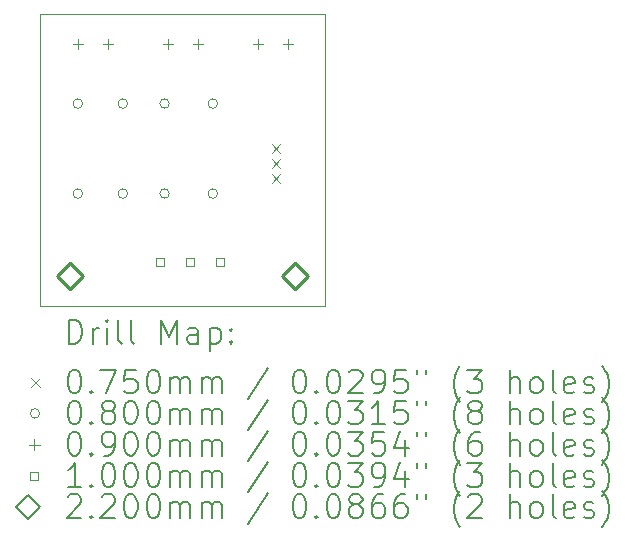
<source format=gbr>
%TF.GenerationSoftware,KiCad,Pcbnew,7.0.1*%
%TF.CreationDate,2023-04-09T02:19:39+02:00*%
%TF.ProjectId,PCB_hello_world,5043425f-6865-46c6-9c6f-5f776f726c64,rev?*%
%TF.SameCoordinates,Original*%
%TF.FileFunction,Drillmap*%
%TF.FilePolarity,Positive*%
%FSLAX45Y45*%
G04 Gerber Fmt 4.5, Leading zero omitted, Abs format (unit mm)*
G04 Created by KiCad (PCBNEW 7.0.1) date 2023-04-09 02:19:39*
%MOMM*%
%LPD*%
G01*
G04 APERTURE LIST*
%ADD10C,0.100000*%
%ADD11C,0.200000*%
%ADD12C,0.075000*%
%ADD13C,0.080000*%
%ADD14C,0.090000*%
%ADD15C,0.220000*%
G04 APERTURE END LIST*
D10*
X13525500Y-10096500D02*
X15938500Y-10096500D01*
X15938500Y-12573000D01*
X13525500Y-12573000D01*
X13525500Y-10096500D01*
D11*
D12*
X15484000Y-11202000D02*
X15559000Y-11277000D01*
X15559000Y-11202000D02*
X15484000Y-11277000D01*
X15484000Y-11329000D02*
X15559000Y-11404000D01*
X15559000Y-11329000D02*
X15484000Y-11404000D01*
X15484000Y-11456000D02*
X15559000Y-11531000D01*
X15559000Y-11456000D02*
X15484000Y-11531000D01*
D13*
X13883000Y-10858500D02*
G75*
G03*
X13883000Y-10858500I-40000J0D01*
G01*
X13883000Y-11620500D02*
G75*
G03*
X13883000Y-11620500I-40000J0D01*
G01*
X14264000Y-10858500D02*
G75*
G03*
X14264000Y-10858500I-40000J0D01*
G01*
X14264000Y-11620500D02*
G75*
G03*
X14264000Y-11620500I-40000J0D01*
G01*
X14617500Y-10858500D02*
G75*
G03*
X14617500Y-10858500I-40000J0D01*
G01*
X14617500Y-11620500D02*
G75*
G03*
X14617500Y-11620500I-40000J0D01*
G01*
X15026000Y-10858500D02*
G75*
G03*
X15026000Y-10858500I-40000J0D01*
G01*
X15026000Y-11620500D02*
G75*
G03*
X15026000Y-11620500I-40000J0D01*
G01*
D14*
X13843500Y-10308500D02*
X13843500Y-10398500D01*
X13798500Y-10353500D02*
X13888500Y-10353500D01*
X14097500Y-10308500D02*
X14097500Y-10398500D01*
X14052500Y-10353500D02*
X14142500Y-10353500D01*
X14605500Y-10308500D02*
X14605500Y-10398500D01*
X14560500Y-10353500D02*
X14650500Y-10353500D01*
X14859500Y-10308500D02*
X14859500Y-10398500D01*
X14814500Y-10353500D02*
X14904500Y-10353500D01*
X15367500Y-10308500D02*
X15367500Y-10398500D01*
X15322500Y-10353500D02*
X15412500Y-10353500D01*
X15621500Y-10308500D02*
X15621500Y-10398500D01*
X15576500Y-10353500D02*
X15666500Y-10353500D01*
D10*
X14575356Y-12234356D02*
X14575356Y-12163644D01*
X14504644Y-12163644D01*
X14504644Y-12234356D01*
X14575356Y-12234356D01*
X14829356Y-12234356D02*
X14829356Y-12163644D01*
X14758644Y-12163644D01*
X14758644Y-12234356D01*
X14829356Y-12234356D01*
X15083356Y-12234356D02*
X15083356Y-12163644D01*
X15012644Y-12163644D01*
X15012644Y-12234356D01*
X15083356Y-12234356D01*
D15*
X13779500Y-12429000D02*
X13889500Y-12319000D01*
X13779500Y-12209000D01*
X13669500Y-12319000D01*
X13779500Y-12429000D01*
X15684500Y-12429000D02*
X15794500Y-12319000D01*
X15684500Y-12209000D01*
X15574500Y-12319000D01*
X15684500Y-12429000D01*
D11*
X13768119Y-12890524D02*
X13768119Y-12690524D01*
X13768119Y-12690524D02*
X13815738Y-12690524D01*
X13815738Y-12690524D02*
X13844309Y-12700048D01*
X13844309Y-12700048D02*
X13863357Y-12719095D01*
X13863357Y-12719095D02*
X13872881Y-12738143D01*
X13872881Y-12738143D02*
X13882405Y-12776238D01*
X13882405Y-12776238D02*
X13882405Y-12804809D01*
X13882405Y-12804809D02*
X13872881Y-12842905D01*
X13872881Y-12842905D02*
X13863357Y-12861952D01*
X13863357Y-12861952D02*
X13844309Y-12881000D01*
X13844309Y-12881000D02*
X13815738Y-12890524D01*
X13815738Y-12890524D02*
X13768119Y-12890524D01*
X13968119Y-12890524D02*
X13968119Y-12757190D01*
X13968119Y-12795286D02*
X13977643Y-12776238D01*
X13977643Y-12776238D02*
X13987167Y-12766714D01*
X13987167Y-12766714D02*
X14006214Y-12757190D01*
X14006214Y-12757190D02*
X14025262Y-12757190D01*
X14091928Y-12890524D02*
X14091928Y-12757190D01*
X14091928Y-12690524D02*
X14082405Y-12700048D01*
X14082405Y-12700048D02*
X14091928Y-12709571D01*
X14091928Y-12709571D02*
X14101452Y-12700048D01*
X14101452Y-12700048D02*
X14091928Y-12690524D01*
X14091928Y-12690524D02*
X14091928Y-12709571D01*
X14215738Y-12890524D02*
X14196690Y-12881000D01*
X14196690Y-12881000D02*
X14187167Y-12861952D01*
X14187167Y-12861952D02*
X14187167Y-12690524D01*
X14320500Y-12890524D02*
X14301452Y-12881000D01*
X14301452Y-12881000D02*
X14291928Y-12861952D01*
X14291928Y-12861952D02*
X14291928Y-12690524D01*
X14549071Y-12890524D02*
X14549071Y-12690524D01*
X14549071Y-12690524D02*
X14615738Y-12833381D01*
X14615738Y-12833381D02*
X14682405Y-12690524D01*
X14682405Y-12690524D02*
X14682405Y-12890524D01*
X14863357Y-12890524D02*
X14863357Y-12785762D01*
X14863357Y-12785762D02*
X14853833Y-12766714D01*
X14853833Y-12766714D02*
X14834786Y-12757190D01*
X14834786Y-12757190D02*
X14796690Y-12757190D01*
X14796690Y-12757190D02*
X14777643Y-12766714D01*
X14863357Y-12881000D02*
X14844309Y-12890524D01*
X14844309Y-12890524D02*
X14796690Y-12890524D01*
X14796690Y-12890524D02*
X14777643Y-12881000D01*
X14777643Y-12881000D02*
X14768119Y-12861952D01*
X14768119Y-12861952D02*
X14768119Y-12842905D01*
X14768119Y-12842905D02*
X14777643Y-12823857D01*
X14777643Y-12823857D02*
X14796690Y-12814333D01*
X14796690Y-12814333D02*
X14844309Y-12814333D01*
X14844309Y-12814333D02*
X14863357Y-12804809D01*
X14958595Y-12757190D02*
X14958595Y-12957190D01*
X14958595Y-12766714D02*
X14977643Y-12757190D01*
X14977643Y-12757190D02*
X15015738Y-12757190D01*
X15015738Y-12757190D02*
X15034786Y-12766714D01*
X15034786Y-12766714D02*
X15044309Y-12776238D01*
X15044309Y-12776238D02*
X15053833Y-12795286D01*
X15053833Y-12795286D02*
X15053833Y-12852428D01*
X15053833Y-12852428D02*
X15044309Y-12871476D01*
X15044309Y-12871476D02*
X15034786Y-12881000D01*
X15034786Y-12881000D02*
X15015738Y-12890524D01*
X15015738Y-12890524D02*
X14977643Y-12890524D01*
X14977643Y-12890524D02*
X14958595Y-12881000D01*
X15139548Y-12871476D02*
X15149071Y-12881000D01*
X15149071Y-12881000D02*
X15139548Y-12890524D01*
X15139548Y-12890524D02*
X15130024Y-12881000D01*
X15130024Y-12881000D02*
X15139548Y-12871476D01*
X15139548Y-12871476D02*
X15139548Y-12890524D01*
X15139548Y-12766714D02*
X15149071Y-12776238D01*
X15149071Y-12776238D02*
X15139548Y-12785762D01*
X15139548Y-12785762D02*
X15130024Y-12776238D01*
X15130024Y-12776238D02*
X15139548Y-12766714D01*
X15139548Y-12766714D02*
X15139548Y-12785762D01*
D12*
X13445500Y-13180500D02*
X13520500Y-13255500D01*
X13520500Y-13180500D02*
X13445500Y-13255500D01*
D11*
X13806214Y-13110524D02*
X13825262Y-13110524D01*
X13825262Y-13110524D02*
X13844309Y-13120048D01*
X13844309Y-13120048D02*
X13853833Y-13129571D01*
X13853833Y-13129571D02*
X13863357Y-13148619D01*
X13863357Y-13148619D02*
X13872881Y-13186714D01*
X13872881Y-13186714D02*
X13872881Y-13234333D01*
X13872881Y-13234333D02*
X13863357Y-13272428D01*
X13863357Y-13272428D02*
X13853833Y-13291476D01*
X13853833Y-13291476D02*
X13844309Y-13301000D01*
X13844309Y-13301000D02*
X13825262Y-13310524D01*
X13825262Y-13310524D02*
X13806214Y-13310524D01*
X13806214Y-13310524D02*
X13787167Y-13301000D01*
X13787167Y-13301000D02*
X13777643Y-13291476D01*
X13777643Y-13291476D02*
X13768119Y-13272428D01*
X13768119Y-13272428D02*
X13758595Y-13234333D01*
X13758595Y-13234333D02*
X13758595Y-13186714D01*
X13758595Y-13186714D02*
X13768119Y-13148619D01*
X13768119Y-13148619D02*
X13777643Y-13129571D01*
X13777643Y-13129571D02*
X13787167Y-13120048D01*
X13787167Y-13120048D02*
X13806214Y-13110524D01*
X13958595Y-13291476D02*
X13968119Y-13301000D01*
X13968119Y-13301000D02*
X13958595Y-13310524D01*
X13958595Y-13310524D02*
X13949071Y-13301000D01*
X13949071Y-13301000D02*
X13958595Y-13291476D01*
X13958595Y-13291476D02*
X13958595Y-13310524D01*
X14034786Y-13110524D02*
X14168119Y-13110524D01*
X14168119Y-13110524D02*
X14082405Y-13310524D01*
X14339548Y-13110524D02*
X14244309Y-13110524D01*
X14244309Y-13110524D02*
X14234786Y-13205762D01*
X14234786Y-13205762D02*
X14244309Y-13196238D01*
X14244309Y-13196238D02*
X14263357Y-13186714D01*
X14263357Y-13186714D02*
X14310976Y-13186714D01*
X14310976Y-13186714D02*
X14330024Y-13196238D01*
X14330024Y-13196238D02*
X14339548Y-13205762D01*
X14339548Y-13205762D02*
X14349071Y-13224809D01*
X14349071Y-13224809D02*
X14349071Y-13272428D01*
X14349071Y-13272428D02*
X14339548Y-13291476D01*
X14339548Y-13291476D02*
X14330024Y-13301000D01*
X14330024Y-13301000D02*
X14310976Y-13310524D01*
X14310976Y-13310524D02*
X14263357Y-13310524D01*
X14263357Y-13310524D02*
X14244309Y-13301000D01*
X14244309Y-13301000D02*
X14234786Y-13291476D01*
X14472881Y-13110524D02*
X14491929Y-13110524D01*
X14491929Y-13110524D02*
X14510976Y-13120048D01*
X14510976Y-13120048D02*
X14520500Y-13129571D01*
X14520500Y-13129571D02*
X14530024Y-13148619D01*
X14530024Y-13148619D02*
X14539548Y-13186714D01*
X14539548Y-13186714D02*
X14539548Y-13234333D01*
X14539548Y-13234333D02*
X14530024Y-13272428D01*
X14530024Y-13272428D02*
X14520500Y-13291476D01*
X14520500Y-13291476D02*
X14510976Y-13301000D01*
X14510976Y-13301000D02*
X14491929Y-13310524D01*
X14491929Y-13310524D02*
X14472881Y-13310524D01*
X14472881Y-13310524D02*
X14453833Y-13301000D01*
X14453833Y-13301000D02*
X14444309Y-13291476D01*
X14444309Y-13291476D02*
X14434786Y-13272428D01*
X14434786Y-13272428D02*
X14425262Y-13234333D01*
X14425262Y-13234333D02*
X14425262Y-13186714D01*
X14425262Y-13186714D02*
X14434786Y-13148619D01*
X14434786Y-13148619D02*
X14444309Y-13129571D01*
X14444309Y-13129571D02*
X14453833Y-13120048D01*
X14453833Y-13120048D02*
X14472881Y-13110524D01*
X14625262Y-13310524D02*
X14625262Y-13177190D01*
X14625262Y-13196238D02*
X14634786Y-13186714D01*
X14634786Y-13186714D02*
X14653833Y-13177190D01*
X14653833Y-13177190D02*
X14682405Y-13177190D01*
X14682405Y-13177190D02*
X14701452Y-13186714D01*
X14701452Y-13186714D02*
X14710976Y-13205762D01*
X14710976Y-13205762D02*
X14710976Y-13310524D01*
X14710976Y-13205762D02*
X14720500Y-13186714D01*
X14720500Y-13186714D02*
X14739548Y-13177190D01*
X14739548Y-13177190D02*
X14768119Y-13177190D01*
X14768119Y-13177190D02*
X14787167Y-13186714D01*
X14787167Y-13186714D02*
X14796690Y-13205762D01*
X14796690Y-13205762D02*
X14796690Y-13310524D01*
X14891929Y-13310524D02*
X14891929Y-13177190D01*
X14891929Y-13196238D02*
X14901452Y-13186714D01*
X14901452Y-13186714D02*
X14920500Y-13177190D01*
X14920500Y-13177190D02*
X14949071Y-13177190D01*
X14949071Y-13177190D02*
X14968119Y-13186714D01*
X14968119Y-13186714D02*
X14977643Y-13205762D01*
X14977643Y-13205762D02*
X14977643Y-13310524D01*
X14977643Y-13205762D02*
X14987167Y-13186714D01*
X14987167Y-13186714D02*
X15006214Y-13177190D01*
X15006214Y-13177190D02*
X15034786Y-13177190D01*
X15034786Y-13177190D02*
X15053833Y-13186714D01*
X15053833Y-13186714D02*
X15063357Y-13205762D01*
X15063357Y-13205762D02*
X15063357Y-13310524D01*
X15453833Y-13101000D02*
X15282405Y-13358143D01*
X15710976Y-13110524D02*
X15730024Y-13110524D01*
X15730024Y-13110524D02*
X15749072Y-13120048D01*
X15749072Y-13120048D02*
X15758595Y-13129571D01*
X15758595Y-13129571D02*
X15768119Y-13148619D01*
X15768119Y-13148619D02*
X15777643Y-13186714D01*
X15777643Y-13186714D02*
X15777643Y-13234333D01*
X15777643Y-13234333D02*
X15768119Y-13272428D01*
X15768119Y-13272428D02*
X15758595Y-13291476D01*
X15758595Y-13291476D02*
X15749072Y-13301000D01*
X15749072Y-13301000D02*
X15730024Y-13310524D01*
X15730024Y-13310524D02*
X15710976Y-13310524D01*
X15710976Y-13310524D02*
X15691929Y-13301000D01*
X15691929Y-13301000D02*
X15682405Y-13291476D01*
X15682405Y-13291476D02*
X15672881Y-13272428D01*
X15672881Y-13272428D02*
X15663357Y-13234333D01*
X15663357Y-13234333D02*
X15663357Y-13186714D01*
X15663357Y-13186714D02*
X15672881Y-13148619D01*
X15672881Y-13148619D02*
X15682405Y-13129571D01*
X15682405Y-13129571D02*
X15691929Y-13120048D01*
X15691929Y-13120048D02*
X15710976Y-13110524D01*
X15863357Y-13291476D02*
X15872881Y-13301000D01*
X15872881Y-13301000D02*
X15863357Y-13310524D01*
X15863357Y-13310524D02*
X15853833Y-13301000D01*
X15853833Y-13301000D02*
X15863357Y-13291476D01*
X15863357Y-13291476D02*
X15863357Y-13310524D01*
X15996691Y-13110524D02*
X16015738Y-13110524D01*
X16015738Y-13110524D02*
X16034786Y-13120048D01*
X16034786Y-13120048D02*
X16044310Y-13129571D01*
X16044310Y-13129571D02*
X16053833Y-13148619D01*
X16053833Y-13148619D02*
X16063357Y-13186714D01*
X16063357Y-13186714D02*
X16063357Y-13234333D01*
X16063357Y-13234333D02*
X16053833Y-13272428D01*
X16053833Y-13272428D02*
X16044310Y-13291476D01*
X16044310Y-13291476D02*
X16034786Y-13301000D01*
X16034786Y-13301000D02*
X16015738Y-13310524D01*
X16015738Y-13310524D02*
X15996691Y-13310524D01*
X15996691Y-13310524D02*
X15977643Y-13301000D01*
X15977643Y-13301000D02*
X15968119Y-13291476D01*
X15968119Y-13291476D02*
X15958595Y-13272428D01*
X15958595Y-13272428D02*
X15949072Y-13234333D01*
X15949072Y-13234333D02*
X15949072Y-13186714D01*
X15949072Y-13186714D02*
X15958595Y-13148619D01*
X15958595Y-13148619D02*
X15968119Y-13129571D01*
X15968119Y-13129571D02*
X15977643Y-13120048D01*
X15977643Y-13120048D02*
X15996691Y-13110524D01*
X16139548Y-13129571D02*
X16149072Y-13120048D01*
X16149072Y-13120048D02*
X16168119Y-13110524D01*
X16168119Y-13110524D02*
X16215738Y-13110524D01*
X16215738Y-13110524D02*
X16234786Y-13120048D01*
X16234786Y-13120048D02*
X16244310Y-13129571D01*
X16244310Y-13129571D02*
X16253833Y-13148619D01*
X16253833Y-13148619D02*
X16253833Y-13167667D01*
X16253833Y-13167667D02*
X16244310Y-13196238D01*
X16244310Y-13196238D02*
X16130024Y-13310524D01*
X16130024Y-13310524D02*
X16253833Y-13310524D01*
X16349072Y-13310524D02*
X16387167Y-13310524D01*
X16387167Y-13310524D02*
X16406214Y-13301000D01*
X16406214Y-13301000D02*
X16415738Y-13291476D01*
X16415738Y-13291476D02*
X16434786Y-13262905D01*
X16434786Y-13262905D02*
X16444310Y-13224809D01*
X16444310Y-13224809D02*
X16444310Y-13148619D01*
X16444310Y-13148619D02*
X16434786Y-13129571D01*
X16434786Y-13129571D02*
X16425262Y-13120048D01*
X16425262Y-13120048D02*
X16406214Y-13110524D01*
X16406214Y-13110524D02*
X16368119Y-13110524D01*
X16368119Y-13110524D02*
X16349072Y-13120048D01*
X16349072Y-13120048D02*
X16339548Y-13129571D01*
X16339548Y-13129571D02*
X16330024Y-13148619D01*
X16330024Y-13148619D02*
X16330024Y-13196238D01*
X16330024Y-13196238D02*
X16339548Y-13215286D01*
X16339548Y-13215286D02*
X16349072Y-13224809D01*
X16349072Y-13224809D02*
X16368119Y-13234333D01*
X16368119Y-13234333D02*
X16406214Y-13234333D01*
X16406214Y-13234333D02*
X16425262Y-13224809D01*
X16425262Y-13224809D02*
X16434786Y-13215286D01*
X16434786Y-13215286D02*
X16444310Y-13196238D01*
X16625262Y-13110524D02*
X16530024Y-13110524D01*
X16530024Y-13110524D02*
X16520500Y-13205762D01*
X16520500Y-13205762D02*
X16530024Y-13196238D01*
X16530024Y-13196238D02*
X16549072Y-13186714D01*
X16549072Y-13186714D02*
X16596691Y-13186714D01*
X16596691Y-13186714D02*
X16615738Y-13196238D01*
X16615738Y-13196238D02*
X16625262Y-13205762D01*
X16625262Y-13205762D02*
X16634786Y-13224809D01*
X16634786Y-13224809D02*
X16634786Y-13272428D01*
X16634786Y-13272428D02*
X16625262Y-13291476D01*
X16625262Y-13291476D02*
X16615738Y-13301000D01*
X16615738Y-13301000D02*
X16596691Y-13310524D01*
X16596691Y-13310524D02*
X16549072Y-13310524D01*
X16549072Y-13310524D02*
X16530024Y-13301000D01*
X16530024Y-13301000D02*
X16520500Y-13291476D01*
X16710976Y-13110524D02*
X16710976Y-13148619D01*
X16787167Y-13110524D02*
X16787167Y-13148619D01*
X17082405Y-13386714D02*
X17072881Y-13377190D01*
X17072881Y-13377190D02*
X17053834Y-13348619D01*
X17053834Y-13348619D02*
X17044310Y-13329571D01*
X17044310Y-13329571D02*
X17034786Y-13301000D01*
X17034786Y-13301000D02*
X17025262Y-13253381D01*
X17025262Y-13253381D02*
X17025262Y-13215286D01*
X17025262Y-13215286D02*
X17034786Y-13167667D01*
X17034786Y-13167667D02*
X17044310Y-13139095D01*
X17044310Y-13139095D02*
X17053834Y-13120048D01*
X17053834Y-13120048D02*
X17072881Y-13091476D01*
X17072881Y-13091476D02*
X17082405Y-13081952D01*
X17139548Y-13110524D02*
X17263357Y-13110524D01*
X17263357Y-13110524D02*
X17196691Y-13186714D01*
X17196691Y-13186714D02*
X17225262Y-13186714D01*
X17225262Y-13186714D02*
X17244310Y-13196238D01*
X17244310Y-13196238D02*
X17253834Y-13205762D01*
X17253834Y-13205762D02*
X17263357Y-13224809D01*
X17263357Y-13224809D02*
X17263357Y-13272428D01*
X17263357Y-13272428D02*
X17253834Y-13291476D01*
X17253834Y-13291476D02*
X17244310Y-13301000D01*
X17244310Y-13301000D02*
X17225262Y-13310524D01*
X17225262Y-13310524D02*
X17168119Y-13310524D01*
X17168119Y-13310524D02*
X17149072Y-13301000D01*
X17149072Y-13301000D02*
X17139548Y-13291476D01*
X17501453Y-13310524D02*
X17501453Y-13110524D01*
X17587167Y-13310524D02*
X17587167Y-13205762D01*
X17587167Y-13205762D02*
X17577643Y-13186714D01*
X17577643Y-13186714D02*
X17558596Y-13177190D01*
X17558596Y-13177190D02*
X17530024Y-13177190D01*
X17530024Y-13177190D02*
X17510977Y-13186714D01*
X17510977Y-13186714D02*
X17501453Y-13196238D01*
X17710977Y-13310524D02*
X17691929Y-13301000D01*
X17691929Y-13301000D02*
X17682405Y-13291476D01*
X17682405Y-13291476D02*
X17672881Y-13272428D01*
X17672881Y-13272428D02*
X17672881Y-13215286D01*
X17672881Y-13215286D02*
X17682405Y-13196238D01*
X17682405Y-13196238D02*
X17691929Y-13186714D01*
X17691929Y-13186714D02*
X17710977Y-13177190D01*
X17710977Y-13177190D02*
X17739548Y-13177190D01*
X17739548Y-13177190D02*
X17758596Y-13186714D01*
X17758596Y-13186714D02*
X17768119Y-13196238D01*
X17768119Y-13196238D02*
X17777643Y-13215286D01*
X17777643Y-13215286D02*
X17777643Y-13272428D01*
X17777643Y-13272428D02*
X17768119Y-13291476D01*
X17768119Y-13291476D02*
X17758596Y-13301000D01*
X17758596Y-13301000D02*
X17739548Y-13310524D01*
X17739548Y-13310524D02*
X17710977Y-13310524D01*
X17891929Y-13310524D02*
X17872881Y-13301000D01*
X17872881Y-13301000D02*
X17863358Y-13281952D01*
X17863358Y-13281952D02*
X17863358Y-13110524D01*
X18044310Y-13301000D02*
X18025262Y-13310524D01*
X18025262Y-13310524D02*
X17987167Y-13310524D01*
X17987167Y-13310524D02*
X17968119Y-13301000D01*
X17968119Y-13301000D02*
X17958596Y-13281952D01*
X17958596Y-13281952D02*
X17958596Y-13205762D01*
X17958596Y-13205762D02*
X17968119Y-13186714D01*
X17968119Y-13186714D02*
X17987167Y-13177190D01*
X17987167Y-13177190D02*
X18025262Y-13177190D01*
X18025262Y-13177190D02*
X18044310Y-13186714D01*
X18044310Y-13186714D02*
X18053834Y-13205762D01*
X18053834Y-13205762D02*
X18053834Y-13224809D01*
X18053834Y-13224809D02*
X17958596Y-13243857D01*
X18130024Y-13301000D02*
X18149072Y-13310524D01*
X18149072Y-13310524D02*
X18187167Y-13310524D01*
X18187167Y-13310524D02*
X18206215Y-13301000D01*
X18206215Y-13301000D02*
X18215739Y-13281952D01*
X18215739Y-13281952D02*
X18215739Y-13272428D01*
X18215739Y-13272428D02*
X18206215Y-13253381D01*
X18206215Y-13253381D02*
X18187167Y-13243857D01*
X18187167Y-13243857D02*
X18158596Y-13243857D01*
X18158596Y-13243857D02*
X18139548Y-13234333D01*
X18139548Y-13234333D02*
X18130024Y-13215286D01*
X18130024Y-13215286D02*
X18130024Y-13205762D01*
X18130024Y-13205762D02*
X18139548Y-13186714D01*
X18139548Y-13186714D02*
X18158596Y-13177190D01*
X18158596Y-13177190D02*
X18187167Y-13177190D01*
X18187167Y-13177190D02*
X18206215Y-13186714D01*
X18282405Y-13386714D02*
X18291929Y-13377190D01*
X18291929Y-13377190D02*
X18310977Y-13348619D01*
X18310977Y-13348619D02*
X18320500Y-13329571D01*
X18320500Y-13329571D02*
X18330024Y-13301000D01*
X18330024Y-13301000D02*
X18339548Y-13253381D01*
X18339548Y-13253381D02*
X18339548Y-13215286D01*
X18339548Y-13215286D02*
X18330024Y-13167667D01*
X18330024Y-13167667D02*
X18320500Y-13139095D01*
X18320500Y-13139095D02*
X18310977Y-13120048D01*
X18310977Y-13120048D02*
X18291929Y-13091476D01*
X18291929Y-13091476D02*
X18282405Y-13081952D01*
D13*
X13520500Y-13482000D02*
G75*
G03*
X13520500Y-13482000I-40000J0D01*
G01*
D11*
X13806214Y-13374524D02*
X13825262Y-13374524D01*
X13825262Y-13374524D02*
X13844309Y-13384048D01*
X13844309Y-13384048D02*
X13853833Y-13393571D01*
X13853833Y-13393571D02*
X13863357Y-13412619D01*
X13863357Y-13412619D02*
X13872881Y-13450714D01*
X13872881Y-13450714D02*
X13872881Y-13498333D01*
X13872881Y-13498333D02*
X13863357Y-13536428D01*
X13863357Y-13536428D02*
X13853833Y-13555476D01*
X13853833Y-13555476D02*
X13844309Y-13565000D01*
X13844309Y-13565000D02*
X13825262Y-13574524D01*
X13825262Y-13574524D02*
X13806214Y-13574524D01*
X13806214Y-13574524D02*
X13787167Y-13565000D01*
X13787167Y-13565000D02*
X13777643Y-13555476D01*
X13777643Y-13555476D02*
X13768119Y-13536428D01*
X13768119Y-13536428D02*
X13758595Y-13498333D01*
X13758595Y-13498333D02*
X13758595Y-13450714D01*
X13758595Y-13450714D02*
X13768119Y-13412619D01*
X13768119Y-13412619D02*
X13777643Y-13393571D01*
X13777643Y-13393571D02*
X13787167Y-13384048D01*
X13787167Y-13384048D02*
X13806214Y-13374524D01*
X13958595Y-13555476D02*
X13968119Y-13565000D01*
X13968119Y-13565000D02*
X13958595Y-13574524D01*
X13958595Y-13574524D02*
X13949071Y-13565000D01*
X13949071Y-13565000D02*
X13958595Y-13555476D01*
X13958595Y-13555476D02*
X13958595Y-13574524D01*
X14082405Y-13460238D02*
X14063357Y-13450714D01*
X14063357Y-13450714D02*
X14053833Y-13441190D01*
X14053833Y-13441190D02*
X14044309Y-13422143D01*
X14044309Y-13422143D02*
X14044309Y-13412619D01*
X14044309Y-13412619D02*
X14053833Y-13393571D01*
X14053833Y-13393571D02*
X14063357Y-13384048D01*
X14063357Y-13384048D02*
X14082405Y-13374524D01*
X14082405Y-13374524D02*
X14120500Y-13374524D01*
X14120500Y-13374524D02*
X14139548Y-13384048D01*
X14139548Y-13384048D02*
X14149071Y-13393571D01*
X14149071Y-13393571D02*
X14158595Y-13412619D01*
X14158595Y-13412619D02*
X14158595Y-13422143D01*
X14158595Y-13422143D02*
X14149071Y-13441190D01*
X14149071Y-13441190D02*
X14139548Y-13450714D01*
X14139548Y-13450714D02*
X14120500Y-13460238D01*
X14120500Y-13460238D02*
X14082405Y-13460238D01*
X14082405Y-13460238D02*
X14063357Y-13469762D01*
X14063357Y-13469762D02*
X14053833Y-13479286D01*
X14053833Y-13479286D02*
X14044309Y-13498333D01*
X14044309Y-13498333D02*
X14044309Y-13536428D01*
X14044309Y-13536428D02*
X14053833Y-13555476D01*
X14053833Y-13555476D02*
X14063357Y-13565000D01*
X14063357Y-13565000D02*
X14082405Y-13574524D01*
X14082405Y-13574524D02*
X14120500Y-13574524D01*
X14120500Y-13574524D02*
X14139548Y-13565000D01*
X14139548Y-13565000D02*
X14149071Y-13555476D01*
X14149071Y-13555476D02*
X14158595Y-13536428D01*
X14158595Y-13536428D02*
X14158595Y-13498333D01*
X14158595Y-13498333D02*
X14149071Y-13479286D01*
X14149071Y-13479286D02*
X14139548Y-13469762D01*
X14139548Y-13469762D02*
X14120500Y-13460238D01*
X14282405Y-13374524D02*
X14301452Y-13374524D01*
X14301452Y-13374524D02*
X14320500Y-13384048D01*
X14320500Y-13384048D02*
X14330024Y-13393571D01*
X14330024Y-13393571D02*
X14339548Y-13412619D01*
X14339548Y-13412619D02*
X14349071Y-13450714D01*
X14349071Y-13450714D02*
X14349071Y-13498333D01*
X14349071Y-13498333D02*
X14339548Y-13536428D01*
X14339548Y-13536428D02*
X14330024Y-13555476D01*
X14330024Y-13555476D02*
X14320500Y-13565000D01*
X14320500Y-13565000D02*
X14301452Y-13574524D01*
X14301452Y-13574524D02*
X14282405Y-13574524D01*
X14282405Y-13574524D02*
X14263357Y-13565000D01*
X14263357Y-13565000D02*
X14253833Y-13555476D01*
X14253833Y-13555476D02*
X14244309Y-13536428D01*
X14244309Y-13536428D02*
X14234786Y-13498333D01*
X14234786Y-13498333D02*
X14234786Y-13450714D01*
X14234786Y-13450714D02*
X14244309Y-13412619D01*
X14244309Y-13412619D02*
X14253833Y-13393571D01*
X14253833Y-13393571D02*
X14263357Y-13384048D01*
X14263357Y-13384048D02*
X14282405Y-13374524D01*
X14472881Y-13374524D02*
X14491929Y-13374524D01*
X14491929Y-13374524D02*
X14510976Y-13384048D01*
X14510976Y-13384048D02*
X14520500Y-13393571D01*
X14520500Y-13393571D02*
X14530024Y-13412619D01*
X14530024Y-13412619D02*
X14539548Y-13450714D01*
X14539548Y-13450714D02*
X14539548Y-13498333D01*
X14539548Y-13498333D02*
X14530024Y-13536428D01*
X14530024Y-13536428D02*
X14520500Y-13555476D01*
X14520500Y-13555476D02*
X14510976Y-13565000D01*
X14510976Y-13565000D02*
X14491929Y-13574524D01*
X14491929Y-13574524D02*
X14472881Y-13574524D01*
X14472881Y-13574524D02*
X14453833Y-13565000D01*
X14453833Y-13565000D02*
X14444309Y-13555476D01*
X14444309Y-13555476D02*
X14434786Y-13536428D01*
X14434786Y-13536428D02*
X14425262Y-13498333D01*
X14425262Y-13498333D02*
X14425262Y-13450714D01*
X14425262Y-13450714D02*
X14434786Y-13412619D01*
X14434786Y-13412619D02*
X14444309Y-13393571D01*
X14444309Y-13393571D02*
X14453833Y-13384048D01*
X14453833Y-13384048D02*
X14472881Y-13374524D01*
X14625262Y-13574524D02*
X14625262Y-13441190D01*
X14625262Y-13460238D02*
X14634786Y-13450714D01*
X14634786Y-13450714D02*
X14653833Y-13441190D01*
X14653833Y-13441190D02*
X14682405Y-13441190D01*
X14682405Y-13441190D02*
X14701452Y-13450714D01*
X14701452Y-13450714D02*
X14710976Y-13469762D01*
X14710976Y-13469762D02*
X14710976Y-13574524D01*
X14710976Y-13469762D02*
X14720500Y-13450714D01*
X14720500Y-13450714D02*
X14739548Y-13441190D01*
X14739548Y-13441190D02*
X14768119Y-13441190D01*
X14768119Y-13441190D02*
X14787167Y-13450714D01*
X14787167Y-13450714D02*
X14796690Y-13469762D01*
X14796690Y-13469762D02*
X14796690Y-13574524D01*
X14891929Y-13574524D02*
X14891929Y-13441190D01*
X14891929Y-13460238D02*
X14901452Y-13450714D01*
X14901452Y-13450714D02*
X14920500Y-13441190D01*
X14920500Y-13441190D02*
X14949071Y-13441190D01*
X14949071Y-13441190D02*
X14968119Y-13450714D01*
X14968119Y-13450714D02*
X14977643Y-13469762D01*
X14977643Y-13469762D02*
X14977643Y-13574524D01*
X14977643Y-13469762D02*
X14987167Y-13450714D01*
X14987167Y-13450714D02*
X15006214Y-13441190D01*
X15006214Y-13441190D02*
X15034786Y-13441190D01*
X15034786Y-13441190D02*
X15053833Y-13450714D01*
X15053833Y-13450714D02*
X15063357Y-13469762D01*
X15063357Y-13469762D02*
X15063357Y-13574524D01*
X15453833Y-13365000D02*
X15282405Y-13622143D01*
X15710976Y-13374524D02*
X15730024Y-13374524D01*
X15730024Y-13374524D02*
X15749072Y-13384048D01*
X15749072Y-13384048D02*
X15758595Y-13393571D01*
X15758595Y-13393571D02*
X15768119Y-13412619D01*
X15768119Y-13412619D02*
X15777643Y-13450714D01*
X15777643Y-13450714D02*
X15777643Y-13498333D01*
X15777643Y-13498333D02*
X15768119Y-13536428D01*
X15768119Y-13536428D02*
X15758595Y-13555476D01*
X15758595Y-13555476D02*
X15749072Y-13565000D01*
X15749072Y-13565000D02*
X15730024Y-13574524D01*
X15730024Y-13574524D02*
X15710976Y-13574524D01*
X15710976Y-13574524D02*
X15691929Y-13565000D01*
X15691929Y-13565000D02*
X15682405Y-13555476D01*
X15682405Y-13555476D02*
X15672881Y-13536428D01*
X15672881Y-13536428D02*
X15663357Y-13498333D01*
X15663357Y-13498333D02*
X15663357Y-13450714D01*
X15663357Y-13450714D02*
X15672881Y-13412619D01*
X15672881Y-13412619D02*
X15682405Y-13393571D01*
X15682405Y-13393571D02*
X15691929Y-13384048D01*
X15691929Y-13384048D02*
X15710976Y-13374524D01*
X15863357Y-13555476D02*
X15872881Y-13565000D01*
X15872881Y-13565000D02*
X15863357Y-13574524D01*
X15863357Y-13574524D02*
X15853833Y-13565000D01*
X15853833Y-13565000D02*
X15863357Y-13555476D01*
X15863357Y-13555476D02*
X15863357Y-13574524D01*
X15996691Y-13374524D02*
X16015738Y-13374524D01*
X16015738Y-13374524D02*
X16034786Y-13384048D01*
X16034786Y-13384048D02*
X16044310Y-13393571D01*
X16044310Y-13393571D02*
X16053833Y-13412619D01*
X16053833Y-13412619D02*
X16063357Y-13450714D01*
X16063357Y-13450714D02*
X16063357Y-13498333D01*
X16063357Y-13498333D02*
X16053833Y-13536428D01*
X16053833Y-13536428D02*
X16044310Y-13555476D01*
X16044310Y-13555476D02*
X16034786Y-13565000D01*
X16034786Y-13565000D02*
X16015738Y-13574524D01*
X16015738Y-13574524D02*
X15996691Y-13574524D01*
X15996691Y-13574524D02*
X15977643Y-13565000D01*
X15977643Y-13565000D02*
X15968119Y-13555476D01*
X15968119Y-13555476D02*
X15958595Y-13536428D01*
X15958595Y-13536428D02*
X15949072Y-13498333D01*
X15949072Y-13498333D02*
X15949072Y-13450714D01*
X15949072Y-13450714D02*
X15958595Y-13412619D01*
X15958595Y-13412619D02*
X15968119Y-13393571D01*
X15968119Y-13393571D02*
X15977643Y-13384048D01*
X15977643Y-13384048D02*
X15996691Y-13374524D01*
X16130024Y-13374524D02*
X16253833Y-13374524D01*
X16253833Y-13374524D02*
X16187167Y-13450714D01*
X16187167Y-13450714D02*
X16215738Y-13450714D01*
X16215738Y-13450714D02*
X16234786Y-13460238D01*
X16234786Y-13460238D02*
X16244310Y-13469762D01*
X16244310Y-13469762D02*
X16253833Y-13488809D01*
X16253833Y-13488809D02*
X16253833Y-13536428D01*
X16253833Y-13536428D02*
X16244310Y-13555476D01*
X16244310Y-13555476D02*
X16234786Y-13565000D01*
X16234786Y-13565000D02*
X16215738Y-13574524D01*
X16215738Y-13574524D02*
X16158595Y-13574524D01*
X16158595Y-13574524D02*
X16139548Y-13565000D01*
X16139548Y-13565000D02*
X16130024Y-13555476D01*
X16444310Y-13574524D02*
X16330024Y-13574524D01*
X16387167Y-13574524D02*
X16387167Y-13374524D01*
X16387167Y-13374524D02*
X16368119Y-13403095D01*
X16368119Y-13403095D02*
X16349072Y-13422143D01*
X16349072Y-13422143D02*
X16330024Y-13431667D01*
X16625262Y-13374524D02*
X16530024Y-13374524D01*
X16530024Y-13374524D02*
X16520500Y-13469762D01*
X16520500Y-13469762D02*
X16530024Y-13460238D01*
X16530024Y-13460238D02*
X16549072Y-13450714D01*
X16549072Y-13450714D02*
X16596691Y-13450714D01*
X16596691Y-13450714D02*
X16615738Y-13460238D01*
X16615738Y-13460238D02*
X16625262Y-13469762D01*
X16625262Y-13469762D02*
X16634786Y-13488809D01*
X16634786Y-13488809D02*
X16634786Y-13536428D01*
X16634786Y-13536428D02*
X16625262Y-13555476D01*
X16625262Y-13555476D02*
X16615738Y-13565000D01*
X16615738Y-13565000D02*
X16596691Y-13574524D01*
X16596691Y-13574524D02*
X16549072Y-13574524D01*
X16549072Y-13574524D02*
X16530024Y-13565000D01*
X16530024Y-13565000D02*
X16520500Y-13555476D01*
X16710976Y-13374524D02*
X16710976Y-13412619D01*
X16787167Y-13374524D02*
X16787167Y-13412619D01*
X17082405Y-13650714D02*
X17072881Y-13641190D01*
X17072881Y-13641190D02*
X17053834Y-13612619D01*
X17053834Y-13612619D02*
X17044310Y-13593571D01*
X17044310Y-13593571D02*
X17034786Y-13565000D01*
X17034786Y-13565000D02*
X17025262Y-13517381D01*
X17025262Y-13517381D02*
X17025262Y-13479286D01*
X17025262Y-13479286D02*
X17034786Y-13431667D01*
X17034786Y-13431667D02*
X17044310Y-13403095D01*
X17044310Y-13403095D02*
X17053834Y-13384048D01*
X17053834Y-13384048D02*
X17072881Y-13355476D01*
X17072881Y-13355476D02*
X17082405Y-13345952D01*
X17187167Y-13460238D02*
X17168119Y-13450714D01*
X17168119Y-13450714D02*
X17158596Y-13441190D01*
X17158596Y-13441190D02*
X17149072Y-13422143D01*
X17149072Y-13422143D02*
X17149072Y-13412619D01*
X17149072Y-13412619D02*
X17158596Y-13393571D01*
X17158596Y-13393571D02*
X17168119Y-13384048D01*
X17168119Y-13384048D02*
X17187167Y-13374524D01*
X17187167Y-13374524D02*
X17225262Y-13374524D01*
X17225262Y-13374524D02*
X17244310Y-13384048D01*
X17244310Y-13384048D02*
X17253834Y-13393571D01*
X17253834Y-13393571D02*
X17263357Y-13412619D01*
X17263357Y-13412619D02*
X17263357Y-13422143D01*
X17263357Y-13422143D02*
X17253834Y-13441190D01*
X17253834Y-13441190D02*
X17244310Y-13450714D01*
X17244310Y-13450714D02*
X17225262Y-13460238D01*
X17225262Y-13460238D02*
X17187167Y-13460238D01*
X17187167Y-13460238D02*
X17168119Y-13469762D01*
X17168119Y-13469762D02*
X17158596Y-13479286D01*
X17158596Y-13479286D02*
X17149072Y-13498333D01*
X17149072Y-13498333D02*
X17149072Y-13536428D01*
X17149072Y-13536428D02*
X17158596Y-13555476D01*
X17158596Y-13555476D02*
X17168119Y-13565000D01*
X17168119Y-13565000D02*
X17187167Y-13574524D01*
X17187167Y-13574524D02*
X17225262Y-13574524D01*
X17225262Y-13574524D02*
X17244310Y-13565000D01*
X17244310Y-13565000D02*
X17253834Y-13555476D01*
X17253834Y-13555476D02*
X17263357Y-13536428D01*
X17263357Y-13536428D02*
X17263357Y-13498333D01*
X17263357Y-13498333D02*
X17253834Y-13479286D01*
X17253834Y-13479286D02*
X17244310Y-13469762D01*
X17244310Y-13469762D02*
X17225262Y-13460238D01*
X17501453Y-13574524D02*
X17501453Y-13374524D01*
X17587167Y-13574524D02*
X17587167Y-13469762D01*
X17587167Y-13469762D02*
X17577643Y-13450714D01*
X17577643Y-13450714D02*
X17558596Y-13441190D01*
X17558596Y-13441190D02*
X17530024Y-13441190D01*
X17530024Y-13441190D02*
X17510977Y-13450714D01*
X17510977Y-13450714D02*
X17501453Y-13460238D01*
X17710977Y-13574524D02*
X17691929Y-13565000D01*
X17691929Y-13565000D02*
X17682405Y-13555476D01*
X17682405Y-13555476D02*
X17672881Y-13536428D01*
X17672881Y-13536428D02*
X17672881Y-13479286D01*
X17672881Y-13479286D02*
X17682405Y-13460238D01*
X17682405Y-13460238D02*
X17691929Y-13450714D01*
X17691929Y-13450714D02*
X17710977Y-13441190D01*
X17710977Y-13441190D02*
X17739548Y-13441190D01*
X17739548Y-13441190D02*
X17758596Y-13450714D01*
X17758596Y-13450714D02*
X17768119Y-13460238D01*
X17768119Y-13460238D02*
X17777643Y-13479286D01*
X17777643Y-13479286D02*
X17777643Y-13536428D01*
X17777643Y-13536428D02*
X17768119Y-13555476D01*
X17768119Y-13555476D02*
X17758596Y-13565000D01*
X17758596Y-13565000D02*
X17739548Y-13574524D01*
X17739548Y-13574524D02*
X17710977Y-13574524D01*
X17891929Y-13574524D02*
X17872881Y-13565000D01*
X17872881Y-13565000D02*
X17863358Y-13545952D01*
X17863358Y-13545952D02*
X17863358Y-13374524D01*
X18044310Y-13565000D02*
X18025262Y-13574524D01*
X18025262Y-13574524D02*
X17987167Y-13574524D01*
X17987167Y-13574524D02*
X17968119Y-13565000D01*
X17968119Y-13565000D02*
X17958596Y-13545952D01*
X17958596Y-13545952D02*
X17958596Y-13469762D01*
X17958596Y-13469762D02*
X17968119Y-13450714D01*
X17968119Y-13450714D02*
X17987167Y-13441190D01*
X17987167Y-13441190D02*
X18025262Y-13441190D01*
X18025262Y-13441190D02*
X18044310Y-13450714D01*
X18044310Y-13450714D02*
X18053834Y-13469762D01*
X18053834Y-13469762D02*
X18053834Y-13488809D01*
X18053834Y-13488809D02*
X17958596Y-13507857D01*
X18130024Y-13565000D02*
X18149072Y-13574524D01*
X18149072Y-13574524D02*
X18187167Y-13574524D01*
X18187167Y-13574524D02*
X18206215Y-13565000D01*
X18206215Y-13565000D02*
X18215739Y-13545952D01*
X18215739Y-13545952D02*
X18215739Y-13536428D01*
X18215739Y-13536428D02*
X18206215Y-13517381D01*
X18206215Y-13517381D02*
X18187167Y-13507857D01*
X18187167Y-13507857D02*
X18158596Y-13507857D01*
X18158596Y-13507857D02*
X18139548Y-13498333D01*
X18139548Y-13498333D02*
X18130024Y-13479286D01*
X18130024Y-13479286D02*
X18130024Y-13469762D01*
X18130024Y-13469762D02*
X18139548Y-13450714D01*
X18139548Y-13450714D02*
X18158596Y-13441190D01*
X18158596Y-13441190D02*
X18187167Y-13441190D01*
X18187167Y-13441190D02*
X18206215Y-13450714D01*
X18282405Y-13650714D02*
X18291929Y-13641190D01*
X18291929Y-13641190D02*
X18310977Y-13612619D01*
X18310977Y-13612619D02*
X18320500Y-13593571D01*
X18320500Y-13593571D02*
X18330024Y-13565000D01*
X18330024Y-13565000D02*
X18339548Y-13517381D01*
X18339548Y-13517381D02*
X18339548Y-13479286D01*
X18339548Y-13479286D02*
X18330024Y-13431667D01*
X18330024Y-13431667D02*
X18320500Y-13403095D01*
X18320500Y-13403095D02*
X18310977Y-13384048D01*
X18310977Y-13384048D02*
X18291929Y-13355476D01*
X18291929Y-13355476D02*
X18282405Y-13345952D01*
D14*
X13475500Y-13701000D02*
X13475500Y-13791000D01*
X13430500Y-13746000D02*
X13520500Y-13746000D01*
D11*
X13806214Y-13638524D02*
X13825262Y-13638524D01*
X13825262Y-13638524D02*
X13844309Y-13648048D01*
X13844309Y-13648048D02*
X13853833Y-13657571D01*
X13853833Y-13657571D02*
X13863357Y-13676619D01*
X13863357Y-13676619D02*
X13872881Y-13714714D01*
X13872881Y-13714714D02*
X13872881Y-13762333D01*
X13872881Y-13762333D02*
X13863357Y-13800428D01*
X13863357Y-13800428D02*
X13853833Y-13819476D01*
X13853833Y-13819476D02*
X13844309Y-13829000D01*
X13844309Y-13829000D02*
X13825262Y-13838524D01*
X13825262Y-13838524D02*
X13806214Y-13838524D01*
X13806214Y-13838524D02*
X13787167Y-13829000D01*
X13787167Y-13829000D02*
X13777643Y-13819476D01*
X13777643Y-13819476D02*
X13768119Y-13800428D01*
X13768119Y-13800428D02*
X13758595Y-13762333D01*
X13758595Y-13762333D02*
X13758595Y-13714714D01*
X13758595Y-13714714D02*
X13768119Y-13676619D01*
X13768119Y-13676619D02*
X13777643Y-13657571D01*
X13777643Y-13657571D02*
X13787167Y-13648048D01*
X13787167Y-13648048D02*
X13806214Y-13638524D01*
X13958595Y-13819476D02*
X13968119Y-13829000D01*
X13968119Y-13829000D02*
X13958595Y-13838524D01*
X13958595Y-13838524D02*
X13949071Y-13829000D01*
X13949071Y-13829000D02*
X13958595Y-13819476D01*
X13958595Y-13819476D02*
X13958595Y-13838524D01*
X14063357Y-13838524D02*
X14101452Y-13838524D01*
X14101452Y-13838524D02*
X14120500Y-13829000D01*
X14120500Y-13829000D02*
X14130024Y-13819476D01*
X14130024Y-13819476D02*
X14149071Y-13790905D01*
X14149071Y-13790905D02*
X14158595Y-13752809D01*
X14158595Y-13752809D02*
X14158595Y-13676619D01*
X14158595Y-13676619D02*
X14149071Y-13657571D01*
X14149071Y-13657571D02*
X14139548Y-13648048D01*
X14139548Y-13648048D02*
X14120500Y-13638524D01*
X14120500Y-13638524D02*
X14082405Y-13638524D01*
X14082405Y-13638524D02*
X14063357Y-13648048D01*
X14063357Y-13648048D02*
X14053833Y-13657571D01*
X14053833Y-13657571D02*
X14044309Y-13676619D01*
X14044309Y-13676619D02*
X14044309Y-13724238D01*
X14044309Y-13724238D02*
X14053833Y-13743286D01*
X14053833Y-13743286D02*
X14063357Y-13752809D01*
X14063357Y-13752809D02*
X14082405Y-13762333D01*
X14082405Y-13762333D02*
X14120500Y-13762333D01*
X14120500Y-13762333D02*
X14139548Y-13752809D01*
X14139548Y-13752809D02*
X14149071Y-13743286D01*
X14149071Y-13743286D02*
X14158595Y-13724238D01*
X14282405Y-13638524D02*
X14301452Y-13638524D01*
X14301452Y-13638524D02*
X14320500Y-13648048D01*
X14320500Y-13648048D02*
X14330024Y-13657571D01*
X14330024Y-13657571D02*
X14339548Y-13676619D01*
X14339548Y-13676619D02*
X14349071Y-13714714D01*
X14349071Y-13714714D02*
X14349071Y-13762333D01*
X14349071Y-13762333D02*
X14339548Y-13800428D01*
X14339548Y-13800428D02*
X14330024Y-13819476D01*
X14330024Y-13819476D02*
X14320500Y-13829000D01*
X14320500Y-13829000D02*
X14301452Y-13838524D01*
X14301452Y-13838524D02*
X14282405Y-13838524D01*
X14282405Y-13838524D02*
X14263357Y-13829000D01*
X14263357Y-13829000D02*
X14253833Y-13819476D01*
X14253833Y-13819476D02*
X14244309Y-13800428D01*
X14244309Y-13800428D02*
X14234786Y-13762333D01*
X14234786Y-13762333D02*
X14234786Y-13714714D01*
X14234786Y-13714714D02*
X14244309Y-13676619D01*
X14244309Y-13676619D02*
X14253833Y-13657571D01*
X14253833Y-13657571D02*
X14263357Y-13648048D01*
X14263357Y-13648048D02*
X14282405Y-13638524D01*
X14472881Y-13638524D02*
X14491929Y-13638524D01*
X14491929Y-13638524D02*
X14510976Y-13648048D01*
X14510976Y-13648048D02*
X14520500Y-13657571D01*
X14520500Y-13657571D02*
X14530024Y-13676619D01*
X14530024Y-13676619D02*
X14539548Y-13714714D01*
X14539548Y-13714714D02*
X14539548Y-13762333D01*
X14539548Y-13762333D02*
X14530024Y-13800428D01*
X14530024Y-13800428D02*
X14520500Y-13819476D01*
X14520500Y-13819476D02*
X14510976Y-13829000D01*
X14510976Y-13829000D02*
X14491929Y-13838524D01*
X14491929Y-13838524D02*
X14472881Y-13838524D01*
X14472881Y-13838524D02*
X14453833Y-13829000D01*
X14453833Y-13829000D02*
X14444309Y-13819476D01*
X14444309Y-13819476D02*
X14434786Y-13800428D01*
X14434786Y-13800428D02*
X14425262Y-13762333D01*
X14425262Y-13762333D02*
X14425262Y-13714714D01*
X14425262Y-13714714D02*
X14434786Y-13676619D01*
X14434786Y-13676619D02*
X14444309Y-13657571D01*
X14444309Y-13657571D02*
X14453833Y-13648048D01*
X14453833Y-13648048D02*
X14472881Y-13638524D01*
X14625262Y-13838524D02*
X14625262Y-13705190D01*
X14625262Y-13724238D02*
X14634786Y-13714714D01*
X14634786Y-13714714D02*
X14653833Y-13705190D01*
X14653833Y-13705190D02*
X14682405Y-13705190D01*
X14682405Y-13705190D02*
X14701452Y-13714714D01*
X14701452Y-13714714D02*
X14710976Y-13733762D01*
X14710976Y-13733762D02*
X14710976Y-13838524D01*
X14710976Y-13733762D02*
X14720500Y-13714714D01*
X14720500Y-13714714D02*
X14739548Y-13705190D01*
X14739548Y-13705190D02*
X14768119Y-13705190D01*
X14768119Y-13705190D02*
X14787167Y-13714714D01*
X14787167Y-13714714D02*
X14796690Y-13733762D01*
X14796690Y-13733762D02*
X14796690Y-13838524D01*
X14891929Y-13838524D02*
X14891929Y-13705190D01*
X14891929Y-13724238D02*
X14901452Y-13714714D01*
X14901452Y-13714714D02*
X14920500Y-13705190D01*
X14920500Y-13705190D02*
X14949071Y-13705190D01*
X14949071Y-13705190D02*
X14968119Y-13714714D01*
X14968119Y-13714714D02*
X14977643Y-13733762D01*
X14977643Y-13733762D02*
X14977643Y-13838524D01*
X14977643Y-13733762D02*
X14987167Y-13714714D01*
X14987167Y-13714714D02*
X15006214Y-13705190D01*
X15006214Y-13705190D02*
X15034786Y-13705190D01*
X15034786Y-13705190D02*
X15053833Y-13714714D01*
X15053833Y-13714714D02*
X15063357Y-13733762D01*
X15063357Y-13733762D02*
X15063357Y-13838524D01*
X15453833Y-13629000D02*
X15282405Y-13886143D01*
X15710976Y-13638524D02*
X15730024Y-13638524D01*
X15730024Y-13638524D02*
X15749072Y-13648048D01*
X15749072Y-13648048D02*
X15758595Y-13657571D01*
X15758595Y-13657571D02*
X15768119Y-13676619D01*
X15768119Y-13676619D02*
X15777643Y-13714714D01*
X15777643Y-13714714D02*
X15777643Y-13762333D01*
X15777643Y-13762333D02*
X15768119Y-13800428D01*
X15768119Y-13800428D02*
X15758595Y-13819476D01*
X15758595Y-13819476D02*
X15749072Y-13829000D01*
X15749072Y-13829000D02*
X15730024Y-13838524D01*
X15730024Y-13838524D02*
X15710976Y-13838524D01*
X15710976Y-13838524D02*
X15691929Y-13829000D01*
X15691929Y-13829000D02*
X15682405Y-13819476D01*
X15682405Y-13819476D02*
X15672881Y-13800428D01*
X15672881Y-13800428D02*
X15663357Y-13762333D01*
X15663357Y-13762333D02*
X15663357Y-13714714D01*
X15663357Y-13714714D02*
X15672881Y-13676619D01*
X15672881Y-13676619D02*
X15682405Y-13657571D01*
X15682405Y-13657571D02*
X15691929Y-13648048D01*
X15691929Y-13648048D02*
X15710976Y-13638524D01*
X15863357Y-13819476D02*
X15872881Y-13829000D01*
X15872881Y-13829000D02*
X15863357Y-13838524D01*
X15863357Y-13838524D02*
X15853833Y-13829000D01*
X15853833Y-13829000D02*
X15863357Y-13819476D01*
X15863357Y-13819476D02*
X15863357Y-13838524D01*
X15996691Y-13638524D02*
X16015738Y-13638524D01*
X16015738Y-13638524D02*
X16034786Y-13648048D01*
X16034786Y-13648048D02*
X16044310Y-13657571D01*
X16044310Y-13657571D02*
X16053833Y-13676619D01*
X16053833Y-13676619D02*
X16063357Y-13714714D01*
X16063357Y-13714714D02*
X16063357Y-13762333D01*
X16063357Y-13762333D02*
X16053833Y-13800428D01*
X16053833Y-13800428D02*
X16044310Y-13819476D01*
X16044310Y-13819476D02*
X16034786Y-13829000D01*
X16034786Y-13829000D02*
X16015738Y-13838524D01*
X16015738Y-13838524D02*
X15996691Y-13838524D01*
X15996691Y-13838524D02*
X15977643Y-13829000D01*
X15977643Y-13829000D02*
X15968119Y-13819476D01*
X15968119Y-13819476D02*
X15958595Y-13800428D01*
X15958595Y-13800428D02*
X15949072Y-13762333D01*
X15949072Y-13762333D02*
X15949072Y-13714714D01*
X15949072Y-13714714D02*
X15958595Y-13676619D01*
X15958595Y-13676619D02*
X15968119Y-13657571D01*
X15968119Y-13657571D02*
X15977643Y-13648048D01*
X15977643Y-13648048D02*
X15996691Y-13638524D01*
X16130024Y-13638524D02*
X16253833Y-13638524D01*
X16253833Y-13638524D02*
X16187167Y-13714714D01*
X16187167Y-13714714D02*
X16215738Y-13714714D01*
X16215738Y-13714714D02*
X16234786Y-13724238D01*
X16234786Y-13724238D02*
X16244310Y-13733762D01*
X16244310Y-13733762D02*
X16253833Y-13752809D01*
X16253833Y-13752809D02*
X16253833Y-13800428D01*
X16253833Y-13800428D02*
X16244310Y-13819476D01*
X16244310Y-13819476D02*
X16234786Y-13829000D01*
X16234786Y-13829000D02*
X16215738Y-13838524D01*
X16215738Y-13838524D02*
X16158595Y-13838524D01*
X16158595Y-13838524D02*
X16139548Y-13829000D01*
X16139548Y-13829000D02*
X16130024Y-13819476D01*
X16434786Y-13638524D02*
X16339548Y-13638524D01*
X16339548Y-13638524D02*
X16330024Y-13733762D01*
X16330024Y-13733762D02*
X16339548Y-13724238D01*
X16339548Y-13724238D02*
X16358595Y-13714714D01*
X16358595Y-13714714D02*
X16406214Y-13714714D01*
X16406214Y-13714714D02*
X16425262Y-13724238D01*
X16425262Y-13724238D02*
X16434786Y-13733762D01*
X16434786Y-13733762D02*
X16444310Y-13752809D01*
X16444310Y-13752809D02*
X16444310Y-13800428D01*
X16444310Y-13800428D02*
X16434786Y-13819476D01*
X16434786Y-13819476D02*
X16425262Y-13829000D01*
X16425262Y-13829000D02*
X16406214Y-13838524D01*
X16406214Y-13838524D02*
X16358595Y-13838524D01*
X16358595Y-13838524D02*
X16339548Y-13829000D01*
X16339548Y-13829000D02*
X16330024Y-13819476D01*
X16615738Y-13705190D02*
X16615738Y-13838524D01*
X16568119Y-13629000D02*
X16520500Y-13771857D01*
X16520500Y-13771857D02*
X16644310Y-13771857D01*
X16710976Y-13638524D02*
X16710976Y-13676619D01*
X16787167Y-13638524D02*
X16787167Y-13676619D01*
X17082405Y-13914714D02*
X17072881Y-13905190D01*
X17072881Y-13905190D02*
X17053834Y-13876619D01*
X17053834Y-13876619D02*
X17044310Y-13857571D01*
X17044310Y-13857571D02*
X17034786Y-13829000D01*
X17034786Y-13829000D02*
X17025262Y-13781381D01*
X17025262Y-13781381D02*
X17025262Y-13743286D01*
X17025262Y-13743286D02*
X17034786Y-13695667D01*
X17034786Y-13695667D02*
X17044310Y-13667095D01*
X17044310Y-13667095D02*
X17053834Y-13648048D01*
X17053834Y-13648048D02*
X17072881Y-13619476D01*
X17072881Y-13619476D02*
X17082405Y-13609952D01*
X17244310Y-13638524D02*
X17206215Y-13638524D01*
X17206215Y-13638524D02*
X17187167Y-13648048D01*
X17187167Y-13648048D02*
X17177643Y-13657571D01*
X17177643Y-13657571D02*
X17158596Y-13686143D01*
X17158596Y-13686143D02*
X17149072Y-13724238D01*
X17149072Y-13724238D02*
X17149072Y-13800428D01*
X17149072Y-13800428D02*
X17158596Y-13819476D01*
X17158596Y-13819476D02*
X17168119Y-13829000D01*
X17168119Y-13829000D02*
X17187167Y-13838524D01*
X17187167Y-13838524D02*
X17225262Y-13838524D01*
X17225262Y-13838524D02*
X17244310Y-13829000D01*
X17244310Y-13829000D02*
X17253834Y-13819476D01*
X17253834Y-13819476D02*
X17263357Y-13800428D01*
X17263357Y-13800428D02*
X17263357Y-13752809D01*
X17263357Y-13752809D02*
X17253834Y-13733762D01*
X17253834Y-13733762D02*
X17244310Y-13724238D01*
X17244310Y-13724238D02*
X17225262Y-13714714D01*
X17225262Y-13714714D02*
X17187167Y-13714714D01*
X17187167Y-13714714D02*
X17168119Y-13724238D01*
X17168119Y-13724238D02*
X17158596Y-13733762D01*
X17158596Y-13733762D02*
X17149072Y-13752809D01*
X17501453Y-13838524D02*
X17501453Y-13638524D01*
X17587167Y-13838524D02*
X17587167Y-13733762D01*
X17587167Y-13733762D02*
X17577643Y-13714714D01*
X17577643Y-13714714D02*
X17558596Y-13705190D01*
X17558596Y-13705190D02*
X17530024Y-13705190D01*
X17530024Y-13705190D02*
X17510977Y-13714714D01*
X17510977Y-13714714D02*
X17501453Y-13724238D01*
X17710977Y-13838524D02*
X17691929Y-13829000D01*
X17691929Y-13829000D02*
X17682405Y-13819476D01*
X17682405Y-13819476D02*
X17672881Y-13800428D01*
X17672881Y-13800428D02*
X17672881Y-13743286D01*
X17672881Y-13743286D02*
X17682405Y-13724238D01*
X17682405Y-13724238D02*
X17691929Y-13714714D01*
X17691929Y-13714714D02*
X17710977Y-13705190D01*
X17710977Y-13705190D02*
X17739548Y-13705190D01*
X17739548Y-13705190D02*
X17758596Y-13714714D01*
X17758596Y-13714714D02*
X17768119Y-13724238D01*
X17768119Y-13724238D02*
X17777643Y-13743286D01*
X17777643Y-13743286D02*
X17777643Y-13800428D01*
X17777643Y-13800428D02*
X17768119Y-13819476D01*
X17768119Y-13819476D02*
X17758596Y-13829000D01*
X17758596Y-13829000D02*
X17739548Y-13838524D01*
X17739548Y-13838524D02*
X17710977Y-13838524D01*
X17891929Y-13838524D02*
X17872881Y-13829000D01*
X17872881Y-13829000D02*
X17863358Y-13809952D01*
X17863358Y-13809952D02*
X17863358Y-13638524D01*
X18044310Y-13829000D02*
X18025262Y-13838524D01*
X18025262Y-13838524D02*
X17987167Y-13838524D01*
X17987167Y-13838524D02*
X17968119Y-13829000D01*
X17968119Y-13829000D02*
X17958596Y-13809952D01*
X17958596Y-13809952D02*
X17958596Y-13733762D01*
X17958596Y-13733762D02*
X17968119Y-13714714D01*
X17968119Y-13714714D02*
X17987167Y-13705190D01*
X17987167Y-13705190D02*
X18025262Y-13705190D01*
X18025262Y-13705190D02*
X18044310Y-13714714D01*
X18044310Y-13714714D02*
X18053834Y-13733762D01*
X18053834Y-13733762D02*
X18053834Y-13752809D01*
X18053834Y-13752809D02*
X17958596Y-13771857D01*
X18130024Y-13829000D02*
X18149072Y-13838524D01*
X18149072Y-13838524D02*
X18187167Y-13838524D01*
X18187167Y-13838524D02*
X18206215Y-13829000D01*
X18206215Y-13829000D02*
X18215739Y-13809952D01*
X18215739Y-13809952D02*
X18215739Y-13800428D01*
X18215739Y-13800428D02*
X18206215Y-13781381D01*
X18206215Y-13781381D02*
X18187167Y-13771857D01*
X18187167Y-13771857D02*
X18158596Y-13771857D01*
X18158596Y-13771857D02*
X18139548Y-13762333D01*
X18139548Y-13762333D02*
X18130024Y-13743286D01*
X18130024Y-13743286D02*
X18130024Y-13733762D01*
X18130024Y-13733762D02*
X18139548Y-13714714D01*
X18139548Y-13714714D02*
X18158596Y-13705190D01*
X18158596Y-13705190D02*
X18187167Y-13705190D01*
X18187167Y-13705190D02*
X18206215Y-13714714D01*
X18282405Y-13914714D02*
X18291929Y-13905190D01*
X18291929Y-13905190D02*
X18310977Y-13876619D01*
X18310977Y-13876619D02*
X18320500Y-13857571D01*
X18320500Y-13857571D02*
X18330024Y-13829000D01*
X18330024Y-13829000D02*
X18339548Y-13781381D01*
X18339548Y-13781381D02*
X18339548Y-13743286D01*
X18339548Y-13743286D02*
X18330024Y-13695667D01*
X18330024Y-13695667D02*
X18320500Y-13667095D01*
X18320500Y-13667095D02*
X18310977Y-13648048D01*
X18310977Y-13648048D02*
X18291929Y-13619476D01*
X18291929Y-13619476D02*
X18282405Y-13609952D01*
D10*
X13505856Y-14045356D02*
X13505856Y-13974644D01*
X13435144Y-13974644D01*
X13435144Y-14045356D01*
X13505856Y-14045356D01*
D11*
X13872881Y-14102524D02*
X13758595Y-14102524D01*
X13815738Y-14102524D02*
X13815738Y-13902524D01*
X13815738Y-13902524D02*
X13796690Y-13931095D01*
X13796690Y-13931095D02*
X13777643Y-13950143D01*
X13777643Y-13950143D02*
X13758595Y-13959667D01*
X13958595Y-14083476D02*
X13968119Y-14093000D01*
X13968119Y-14093000D02*
X13958595Y-14102524D01*
X13958595Y-14102524D02*
X13949071Y-14093000D01*
X13949071Y-14093000D02*
X13958595Y-14083476D01*
X13958595Y-14083476D02*
X13958595Y-14102524D01*
X14091928Y-13902524D02*
X14110976Y-13902524D01*
X14110976Y-13902524D02*
X14130024Y-13912048D01*
X14130024Y-13912048D02*
X14139548Y-13921571D01*
X14139548Y-13921571D02*
X14149071Y-13940619D01*
X14149071Y-13940619D02*
X14158595Y-13978714D01*
X14158595Y-13978714D02*
X14158595Y-14026333D01*
X14158595Y-14026333D02*
X14149071Y-14064428D01*
X14149071Y-14064428D02*
X14139548Y-14083476D01*
X14139548Y-14083476D02*
X14130024Y-14093000D01*
X14130024Y-14093000D02*
X14110976Y-14102524D01*
X14110976Y-14102524D02*
X14091928Y-14102524D01*
X14091928Y-14102524D02*
X14072881Y-14093000D01*
X14072881Y-14093000D02*
X14063357Y-14083476D01*
X14063357Y-14083476D02*
X14053833Y-14064428D01*
X14053833Y-14064428D02*
X14044309Y-14026333D01*
X14044309Y-14026333D02*
X14044309Y-13978714D01*
X14044309Y-13978714D02*
X14053833Y-13940619D01*
X14053833Y-13940619D02*
X14063357Y-13921571D01*
X14063357Y-13921571D02*
X14072881Y-13912048D01*
X14072881Y-13912048D02*
X14091928Y-13902524D01*
X14282405Y-13902524D02*
X14301452Y-13902524D01*
X14301452Y-13902524D02*
X14320500Y-13912048D01*
X14320500Y-13912048D02*
X14330024Y-13921571D01*
X14330024Y-13921571D02*
X14339548Y-13940619D01*
X14339548Y-13940619D02*
X14349071Y-13978714D01*
X14349071Y-13978714D02*
X14349071Y-14026333D01*
X14349071Y-14026333D02*
X14339548Y-14064428D01*
X14339548Y-14064428D02*
X14330024Y-14083476D01*
X14330024Y-14083476D02*
X14320500Y-14093000D01*
X14320500Y-14093000D02*
X14301452Y-14102524D01*
X14301452Y-14102524D02*
X14282405Y-14102524D01*
X14282405Y-14102524D02*
X14263357Y-14093000D01*
X14263357Y-14093000D02*
X14253833Y-14083476D01*
X14253833Y-14083476D02*
X14244309Y-14064428D01*
X14244309Y-14064428D02*
X14234786Y-14026333D01*
X14234786Y-14026333D02*
X14234786Y-13978714D01*
X14234786Y-13978714D02*
X14244309Y-13940619D01*
X14244309Y-13940619D02*
X14253833Y-13921571D01*
X14253833Y-13921571D02*
X14263357Y-13912048D01*
X14263357Y-13912048D02*
X14282405Y-13902524D01*
X14472881Y-13902524D02*
X14491929Y-13902524D01*
X14491929Y-13902524D02*
X14510976Y-13912048D01*
X14510976Y-13912048D02*
X14520500Y-13921571D01*
X14520500Y-13921571D02*
X14530024Y-13940619D01*
X14530024Y-13940619D02*
X14539548Y-13978714D01*
X14539548Y-13978714D02*
X14539548Y-14026333D01*
X14539548Y-14026333D02*
X14530024Y-14064428D01*
X14530024Y-14064428D02*
X14520500Y-14083476D01*
X14520500Y-14083476D02*
X14510976Y-14093000D01*
X14510976Y-14093000D02*
X14491929Y-14102524D01*
X14491929Y-14102524D02*
X14472881Y-14102524D01*
X14472881Y-14102524D02*
X14453833Y-14093000D01*
X14453833Y-14093000D02*
X14444309Y-14083476D01*
X14444309Y-14083476D02*
X14434786Y-14064428D01*
X14434786Y-14064428D02*
X14425262Y-14026333D01*
X14425262Y-14026333D02*
X14425262Y-13978714D01*
X14425262Y-13978714D02*
X14434786Y-13940619D01*
X14434786Y-13940619D02*
X14444309Y-13921571D01*
X14444309Y-13921571D02*
X14453833Y-13912048D01*
X14453833Y-13912048D02*
X14472881Y-13902524D01*
X14625262Y-14102524D02*
X14625262Y-13969190D01*
X14625262Y-13988238D02*
X14634786Y-13978714D01*
X14634786Y-13978714D02*
X14653833Y-13969190D01*
X14653833Y-13969190D02*
X14682405Y-13969190D01*
X14682405Y-13969190D02*
X14701452Y-13978714D01*
X14701452Y-13978714D02*
X14710976Y-13997762D01*
X14710976Y-13997762D02*
X14710976Y-14102524D01*
X14710976Y-13997762D02*
X14720500Y-13978714D01*
X14720500Y-13978714D02*
X14739548Y-13969190D01*
X14739548Y-13969190D02*
X14768119Y-13969190D01*
X14768119Y-13969190D02*
X14787167Y-13978714D01*
X14787167Y-13978714D02*
X14796690Y-13997762D01*
X14796690Y-13997762D02*
X14796690Y-14102524D01*
X14891929Y-14102524D02*
X14891929Y-13969190D01*
X14891929Y-13988238D02*
X14901452Y-13978714D01*
X14901452Y-13978714D02*
X14920500Y-13969190D01*
X14920500Y-13969190D02*
X14949071Y-13969190D01*
X14949071Y-13969190D02*
X14968119Y-13978714D01*
X14968119Y-13978714D02*
X14977643Y-13997762D01*
X14977643Y-13997762D02*
X14977643Y-14102524D01*
X14977643Y-13997762D02*
X14987167Y-13978714D01*
X14987167Y-13978714D02*
X15006214Y-13969190D01*
X15006214Y-13969190D02*
X15034786Y-13969190D01*
X15034786Y-13969190D02*
X15053833Y-13978714D01*
X15053833Y-13978714D02*
X15063357Y-13997762D01*
X15063357Y-13997762D02*
X15063357Y-14102524D01*
X15453833Y-13893000D02*
X15282405Y-14150143D01*
X15710976Y-13902524D02*
X15730024Y-13902524D01*
X15730024Y-13902524D02*
X15749072Y-13912048D01*
X15749072Y-13912048D02*
X15758595Y-13921571D01*
X15758595Y-13921571D02*
X15768119Y-13940619D01*
X15768119Y-13940619D02*
X15777643Y-13978714D01*
X15777643Y-13978714D02*
X15777643Y-14026333D01*
X15777643Y-14026333D02*
X15768119Y-14064428D01*
X15768119Y-14064428D02*
X15758595Y-14083476D01*
X15758595Y-14083476D02*
X15749072Y-14093000D01*
X15749072Y-14093000D02*
X15730024Y-14102524D01*
X15730024Y-14102524D02*
X15710976Y-14102524D01*
X15710976Y-14102524D02*
X15691929Y-14093000D01*
X15691929Y-14093000D02*
X15682405Y-14083476D01*
X15682405Y-14083476D02*
X15672881Y-14064428D01*
X15672881Y-14064428D02*
X15663357Y-14026333D01*
X15663357Y-14026333D02*
X15663357Y-13978714D01*
X15663357Y-13978714D02*
X15672881Y-13940619D01*
X15672881Y-13940619D02*
X15682405Y-13921571D01*
X15682405Y-13921571D02*
X15691929Y-13912048D01*
X15691929Y-13912048D02*
X15710976Y-13902524D01*
X15863357Y-14083476D02*
X15872881Y-14093000D01*
X15872881Y-14093000D02*
X15863357Y-14102524D01*
X15863357Y-14102524D02*
X15853833Y-14093000D01*
X15853833Y-14093000D02*
X15863357Y-14083476D01*
X15863357Y-14083476D02*
X15863357Y-14102524D01*
X15996691Y-13902524D02*
X16015738Y-13902524D01*
X16015738Y-13902524D02*
X16034786Y-13912048D01*
X16034786Y-13912048D02*
X16044310Y-13921571D01*
X16044310Y-13921571D02*
X16053833Y-13940619D01*
X16053833Y-13940619D02*
X16063357Y-13978714D01*
X16063357Y-13978714D02*
X16063357Y-14026333D01*
X16063357Y-14026333D02*
X16053833Y-14064428D01*
X16053833Y-14064428D02*
X16044310Y-14083476D01*
X16044310Y-14083476D02*
X16034786Y-14093000D01*
X16034786Y-14093000D02*
X16015738Y-14102524D01*
X16015738Y-14102524D02*
X15996691Y-14102524D01*
X15996691Y-14102524D02*
X15977643Y-14093000D01*
X15977643Y-14093000D02*
X15968119Y-14083476D01*
X15968119Y-14083476D02*
X15958595Y-14064428D01*
X15958595Y-14064428D02*
X15949072Y-14026333D01*
X15949072Y-14026333D02*
X15949072Y-13978714D01*
X15949072Y-13978714D02*
X15958595Y-13940619D01*
X15958595Y-13940619D02*
X15968119Y-13921571D01*
X15968119Y-13921571D02*
X15977643Y-13912048D01*
X15977643Y-13912048D02*
X15996691Y-13902524D01*
X16130024Y-13902524D02*
X16253833Y-13902524D01*
X16253833Y-13902524D02*
X16187167Y-13978714D01*
X16187167Y-13978714D02*
X16215738Y-13978714D01*
X16215738Y-13978714D02*
X16234786Y-13988238D01*
X16234786Y-13988238D02*
X16244310Y-13997762D01*
X16244310Y-13997762D02*
X16253833Y-14016809D01*
X16253833Y-14016809D02*
X16253833Y-14064428D01*
X16253833Y-14064428D02*
X16244310Y-14083476D01*
X16244310Y-14083476D02*
X16234786Y-14093000D01*
X16234786Y-14093000D02*
X16215738Y-14102524D01*
X16215738Y-14102524D02*
X16158595Y-14102524D01*
X16158595Y-14102524D02*
X16139548Y-14093000D01*
X16139548Y-14093000D02*
X16130024Y-14083476D01*
X16349072Y-14102524D02*
X16387167Y-14102524D01*
X16387167Y-14102524D02*
X16406214Y-14093000D01*
X16406214Y-14093000D02*
X16415738Y-14083476D01*
X16415738Y-14083476D02*
X16434786Y-14054905D01*
X16434786Y-14054905D02*
X16444310Y-14016809D01*
X16444310Y-14016809D02*
X16444310Y-13940619D01*
X16444310Y-13940619D02*
X16434786Y-13921571D01*
X16434786Y-13921571D02*
X16425262Y-13912048D01*
X16425262Y-13912048D02*
X16406214Y-13902524D01*
X16406214Y-13902524D02*
X16368119Y-13902524D01*
X16368119Y-13902524D02*
X16349072Y-13912048D01*
X16349072Y-13912048D02*
X16339548Y-13921571D01*
X16339548Y-13921571D02*
X16330024Y-13940619D01*
X16330024Y-13940619D02*
X16330024Y-13988238D01*
X16330024Y-13988238D02*
X16339548Y-14007286D01*
X16339548Y-14007286D02*
X16349072Y-14016809D01*
X16349072Y-14016809D02*
X16368119Y-14026333D01*
X16368119Y-14026333D02*
X16406214Y-14026333D01*
X16406214Y-14026333D02*
X16425262Y-14016809D01*
X16425262Y-14016809D02*
X16434786Y-14007286D01*
X16434786Y-14007286D02*
X16444310Y-13988238D01*
X16615738Y-13969190D02*
X16615738Y-14102524D01*
X16568119Y-13893000D02*
X16520500Y-14035857D01*
X16520500Y-14035857D02*
X16644310Y-14035857D01*
X16710976Y-13902524D02*
X16710976Y-13940619D01*
X16787167Y-13902524D02*
X16787167Y-13940619D01*
X17082405Y-14178714D02*
X17072881Y-14169190D01*
X17072881Y-14169190D02*
X17053834Y-14140619D01*
X17053834Y-14140619D02*
X17044310Y-14121571D01*
X17044310Y-14121571D02*
X17034786Y-14093000D01*
X17034786Y-14093000D02*
X17025262Y-14045381D01*
X17025262Y-14045381D02*
X17025262Y-14007286D01*
X17025262Y-14007286D02*
X17034786Y-13959667D01*
X17034786Y-13959667D02*
X17044310Y-13931095D01*
X17044310Y-13931095D02*
X17053834Y-13912048D01*
X17053834Y-13912048D02*
X17072881Y-13883476D01*
X17072881Y-13883476D02*
X17082405Y-13873952D01*
X17139548Y-13902524D02*
X17263357Y-13902524D01*
X17263357Y-13902524D02*
X17196691Y-13978714D01*
X17196691Y-13978714D02*
X17225262Y-13978714D01*
X17225262Y-13978714D02*
X17244310Y-13988238D01*
X17244310Y-13988238D02*
X17253834Y-13997762D01*
X17253834Y-13997762D02*
X17263357Y-14016809D01*
X17263357Y-14016809D02*
X17263357Y-14064428D01*
X17263357Y-14064428D02*
X17253834Y-14083476D01*
X17253834Y-14083476D02*
X17244310Y-14093000D01*
X17244310Y-14093000D02*
X17225262Y-14102524D01*
X17225262Y-14102524D02*
X17168119Y-14102524D01*
X17168119Y-14102524D02*
X17149072Y-14093000D01*
X17149072Y-14093000D02*
X17139548Y-14083476D01*
X17501453Y-14102524D02*
X17501453Y-13902524D01*
X17587167Y-14102524D02*
X17587167Y-13997762D01*
X17587167Y-13997762D02*
X17577643Y-13978714D01*
X17577643Y-13978714D02*
X17558596Y-13969190D01*
X17558596Y-13969190D02*
X17530024Y-13969190D01*
X17530024Y-13969190D02*
X17510977Y-13978714D01*
X17510977Y-13978714D02*
X17501453Y-13988238D01*
X17710977Y-14102524D02*
X17691929Y-14093000D01*
X17691929Y-14093000D02*
X17682405Y-14083476D01*
X17682405Y-14083476D02*
X17672881Y-14064428D01*
X17672881Y-14064428D02*
X17672881Y-14007286D01*
X17672881Y-14007286D02*
X17682405Y-13988238D01*
X17682405Y-13988238D02*
X17691929Y-13978714D01*
X17691929Y-13978714D02*
X17710977Y-13969190D01*
X17710977Y-13969190D02*
X17739548Y-13969190D01*
X17739548Y-13969190D02*
X17758596Y-13978714D01*
X17758596Y-13978714D02*
X17768119Y-13988238D01*
X17768119Y-13988238D02*
X17777643Y-14007286D01*
X17777643Y-14007286D02*
X17777643Y-14064428D01*
X17777643Y-14064428D02*
X17768119Y-14083476D01*
X17768119Y-14083476D02*
X17758596Y-14093000D01*
X17758596Y-14093000D02*
X17739548Y-14102524D01*
X17739548Y-14102524D02*
X17710977Y-14102524D01*
X17891929Y-14102524D02*
X17872881Y-14093000D01*
X17872881Y-14093000D02*
X17863358Y-14073952D01*
X17863358Y-14073952D02*
X17863358Y-13902524D01*
X18044310Y-14093000D02*
X18025262Y-14102524D01*
X18025262Y-14102524D02*
X17987167Y-14102524D01*
X17987167Y-14102524D02*
X17968119Y-14093000D01*
X17968119Y-14093000D02*
X17958596Y-14073952D01*
X17958596Y-14073952D02*
X17958596Y-13997762D01*
X17958596Y-13997762D02*
X17968119Y-13978714D01*
X17968119Y-13978714D02*
X17987167Y-13969190D01*
X17987167Y-13969190D02*
X18025262Y-13969190D01*
X18025262Y-13969190D02*
X18044310Y-13978714D01*
X18044310Y-13978714D02*
X18053834Y-13997762D01*
X18053834Y-13997762D02*
X18053834Y-14016809D01*
X18053834Y-14016809D02*
X17958596Y-14035857D01*
X18130024Y-14093000D02*
X18149072Y-14102524D01*
X18149072Y-14102524D02*
X18187167Y-14102524D01*
X18187167Y-14102524D02*
X18206215Y-14093000D01*
X18206215Y-14093000D02*
X18215739Y-14073952D01*
X18215739Y-14073952D02*
X18215739Y-14064428D01*
X18215739Y-14064428D02*
X18206215Y-14045381D01*
X18206215Y-14045381D02*
X18187167Y-14035857D01*
X18187167Y-14035857D02*
X18158596Y-14035857D01*
X18158596Y-14035857D02*
X18139548Y-14026333D01*
X18139548Y-14026333D02*
X18130024Y-14007286D01*
X18130024Y-14007286D02*
X18130024Y-13997762D01*
X18130024Y-13997762D02*
X18139548Y-13978714D01*
X18139548Y-13978714D02*
X18158596Y-13969190D01*
X18158596Y-13969190D02*
X18187167Y-13969190D01*
X18187167Y-13969190D02*
X18206215Y-13978714D01*
X18282405Y-14178714D02*
X18291929Y-14169190D01*
X18291929Y-14169190D02*
X18310977Y-14140619D01*
X18310977Y-14140619D02*
X18320500Y-14121571D01*
X18320500Y-14121571D02*
X18330024Y-14093000D01*
X18330024Y-14093000D02*
X18339548Y-14045381D01*
X18339548Y-14045381D02*
X18339548Y-14007286D01*
X18339548Y-14007286D02*
X18330024Y-13959667D01*
X18330024Y-13959667D02*
X18320500Y-13931095D01*
X18320500Y-13931095D02*
X18310977Y-13912048D01*
X18310977Y-13912048D02*
X18291929Y-13883476D01*
X18291929Y-13883476D02*
X18282405Y-13873952D01*
X13420500Y-14374000D02*
X13520500Y-14274000D01*
X13420500Y-14174000D01*
X13320500Y-14274000D01*
X13420500Y-14374000D01*
X13758595Y-14185571D02*
X13768119Y-14176048D01*
X13768119Y-14176048D02*
X13787167Y-14166524D01*
X13787167Y-14166524D02*
X13834786Y-14166524D01*
X13834786Y-14166524D02*
X13853833Y-14176048D01*
X13853833Y-14176048D02*
X13863357Y-14185571D01*
X13863357Y-14185571D02*
X13872881Y-14204619D01*
X13872881Y-14204619D02*
X13872881Y-14223667D01*
X13872881Y-14223667D02*
X13863357Y-14252238D01*
X13863357Y-14252238D02*
X13749071Y-14366524D01*
X13749071Y-14366524D02*
X13872881Y-14366524D01*
X13958595Y-14347476D02*
X13968119Y-14357000D01*
X13968119Y-14357000D02*
X13958595Y-14366524D01*
X13958595Y-14366524D02*
X13949071Y-14357000D01*
X13949071Y-14357000D02*
X13958595Y-14347476D01*
X13958595Y-14347476D02*
X13958595Y-14366524D01*
X14044309Y-14185571D02*
X14053833Y-14176048D01*
X14053833Y-14176048D02*
X14072881Y-14166524D01*
X14072881Y-14166524D02*
X14120500Y-14166524D01*
X14120500Y-14166524D02*
X14139548Y-14176048D01*
X14139548Y-14176048D02*
X14149071Y-14185571D01*
X14149071Y-14185571D02*
X14158595Y-14204619D01*
X14158595Y-14204619D02*
X14158595Y-14223667D01*
X14158595Y-14223667D02*
X14149071Y-14252238D01*
X14149071Y-14252238D02*
X14034786Y-14366524D01*
X14034786Y-14366524D02*
X14158595Y-14366524D01*
X14282405Y-14166524D02*
X14301452Y-14166524D01*
X14301452Y-14166524D02*
X14320500Y-14176048D01*
X14320500Y-14176048D02*
X14330024Y-14185571D01*
X14330024Y-14185571D02*
X14339548Y-14204619D01*
X14339548Y-14204619D02*
X14349071Y-14242714D01*
X14349071Y-14242714D02*
X14349071Y-14290333D01*
X14349071Y-14290333D02*
X14339548Y-14328428D01*
X14339548Y-14328428D02*
X14330024Y-14347476D01*
X14330024Y-14347476D02*
X14320500Y-14357000D01*
X14320500Y-14357000D02*
X14301452Y-14366524D01*
X14301452Y-14366524D02*
X14282405Y-14366524D01*
X14282405Y-14366524D02*
X14263357Y-14357000D01*
X14263357Y-14357000D02*
X14253833Y-14347476D01*
X14253833Y-14347476D02*
X14244309Y-14328428D01*
X14244309Y-14328428D02*
X14234786Y-14290333D01*
X14234786Y-14290333D02*
X14234786Y-14242714D01*
X14234786Y-14242714D02*
X14244309Y-14204619D01*
X14244309Y-14204619D02*
X14253833Y-14185571D01*
X14253833Y-14185571D02*
X14263357Y-14176048D01*
X14263357Y-14176048D02*
X14282405Y-14166524D01*
X14472881Y-14166524D02*
X14491929Y-14166524D01*
X14491929Y-14166524D02*
X14510976Y-14176048D01*
X14510976Y-14176048D02*
X14520500Y-14185571D01*
X14520500Y-14185571D02*
X14530024Y-14204619D01*
X14530024Y-14204619D02*
X14539548Y-14242714D01*
X14539548Y-14242714D02*
X14539548Y-14290333D01*
X14539548Y-14290333D02*
X14530024Y-14328428D01*
X14530024Y-14328428D02*
X14520500Y-14347476D01*
X14520500Y-14347476D02*
X14510976Y-14357000D01*
X14510976Y-14357000D02*
X14491929Y-14366524D01*
X14491929Y-14366524D02*
X14472881Y-14366524D01*
X14472881Y-14366524D02*
X14453833Y-14357000D01*
X14453833Y-14357000D02*
X14444309Y-14347476D01*
X14444309Y-14347476D02*
X14434786Y-14328428D01*
X14434786Y-14328428D02*
X14425262Y-14290333D01*
X14425262Y-14290333D02*
X14425262Y-14242714D01*
X14425262Y-14242714D02*
X14434786Y-14204619D01*
X14434786Y-14204619D02*
X14444309Y-14185571D01*
X14444309Y-14185571D02*
X14453833Y-14176048D01*
X14453833Y-14176048D02*
X14472881Y-14166524D01*
X14625262Y-14366524D02*
X14625262Y-14233190D01*
X14625262Y-14252238D02*
X14634786Y-14242714D01*
X14634786Y-14242714D02*
X14653833Y-14233190D01*
X14653833Y-14233190D02*
X14682405Y-14233190D01*
X14682405Y-14233190D02*
X14701452Y-14242714D01*
X14701452Y-14242714D02*
X14710976Y-14261762D01*
X14710976Y-14261762D02*
X14710976Y-14366524D01*
X14710976Y-14261762D02*
X14720500Y-14242714D01*
X14720500Y-14242714D02*
X14739548Y-14233190D01*
X14739548Y-14233190D02*
X14768119Y-14233190D01*
X14768119Y-14233190D02*
X14787167Y-14242714D01*
X14787167Y-14242714D02*
X14796690Y-14261762D01*
X14796690Y-14261762D02*
X14796690Y-14366524D01*
X14891929Y-14366524D02*
X14891929Y-14233190D01*
X14891929Y-14252238D02*
X14901452Y-14242714D01*
X14901452Y-14242714D02*
X14920500Y-14233190D01*
X14920500Y-14233190D02*
X14949071Y-14233190D01*
X14949071Y-14233190D02*
X14968119Y-14242714D01*
X14968119Y-14242714D02*
X14977643Y-14261762D01*
X14977643Y-14261762D02*
X14977643Y-14366524D01*
X14977643Y-14261762D02*
X14987167Y-14242714D01*
X14987167Y-14242714D02*
X15006214Y-14233190D01*
X15006214Y-14233190D02*
X15034786Y-14233190D01*
X15034786Y-14233190D02*
X15053833Y-14242714D01*
X15053833Y-14242714D02*
X15063357Y-14261762D01*
X15063357Y-14261762D02*
X15063357Y-14366524D01*
X15453833Y-14157000D02*
X15282405Y-14414143D01*
X15710976Y-14166524D02*
X15730024Y-14166524D01*
X15730024Y-14166524D02*
X15749072Y-14176048D01*
X15749072Y-14176048D02*
X15758595Y-14185571D01*
X15758595Y-14185571D02*
X15768119Y-14204619D01*
X15768119Y-14204619D02*
X15777643Y-14242714D01*
X15777643Y-14242714D02*
X15777643Y-14290333D01*
X15777643Y-14290333D02*
X15768119Y-14328428D01*
X15768119Y-14328428D02*
X15758595Y-14347476D01*
X15758595Y-14347476D02*
X15749072Y-14357000D01*
X15749072Y-14357000D02*
X15730024Y-14366524D01*
X15730024Y-14366524D02*
X15710976Y-14366524D01*
X15710976Y-14366524D02*
X15691929Y-14357000D01*
X15691929Y-14357000D02*
X15682405Y-14347476D01*
X15682405Y-14347476D02*
X15672881Y-14328428D01*
X15672881Y-14328428D02*
X15663357Y-14290333D01*
X15663357Y-14290333D02*
X15663357Y-14242714D01*
X15663357Y-14242714D02*
X15672881Y-14204619D01*
X15672881Y-14204619D02*
X15682405Y-14185571D01*
X15682405Y-14185571D02*
X15691929Y-14176048D01*
X15691929Y-14176048D02*
X15710976Y-14166524D01*
X15863357Y-14347476D02*
X15872881Y-14357000D01*
X15872881Y-14357000D02*
X15863357Y-14366524D01*
X15863357Y-14366524D02*
X15853833Y-14357000D01*
X15853833Y-14357000D02*
X15863357Y-14347476D01*
X15863357Y-14347476D02*
X15863357Y-14366524D01*
X15996691Y-14166524D02*
X16015738Y-14166524D01*
X16015738Y-14166524D02*
X16034786Y-14176048D01*
X16034786Y-14176048D02*
X16044310Y-14185571D01*
X16044310Y-14185571D02*
X16053833Y-14204619D01*
X16053833Y-14204619D02*
X16063357Y-14242714D01*
X16063357Y-14242714D02*
X16063357Y-14290333D01*
X16063357Y-14290333D02*
X16053833Y-14328428D01*
X16053833Y-14328428D02*
X16044310Y-14347476D01*
X16044310Y-14347476D02*
X16034786Y-14357000D01*
X16034786Y-14357000D02*
X16015738Y-14366524D01*
X16015738Y-14366524D02*
X15996691Y-14366524D01*
X15996691Y-14366524D02*
X15977643Y-14357000D01*
X15977643Y-14357000D02*
X15968119Y-14347476D01*
X15968119Y-14347476D02*
X15958595Y-14328428D01*
X15958595Y-14328428D02*
X15949072Y-14290333D01*
X15949072Y-14290333D02*
X15949072Y-14242714D01*
X15949072Y-14242714D02*
X15958595Y-14204619D01*
X15958595Y-14204619D02*
X15968119Y-14185571D01*
X15968119Y-14185571D02*
X15977643Y-14176048D01*
X15977643Y-14176048D02*
X15996691Y-14166524D01*
X16177643Y-14252238D02*
X16158595Y-14242714D01*
X16158595Y-14242714D02*
X16149072Y-14233190D01*
X16149072Y-14233190D02*
X16139548Y-14214143D01*
X16139548Y-14214143D02*
X16139548Y-14204619D01*
X16139548Y-14204619D02*
X16149072Y-14185571D01*
X16149072Y-14185571D02*
X16158595Y-14176048D01*
X16158595Y-14176048D02*
X16177643Y-14166524D01*
X16177643Y-14166524D02*
X16215738Y-14166524D01*
X16215738Y-14166524D02*
X16234786Y-14176048D01*
X16234786Y-14176048D02*
X16244310Y-14185571D01*
X16244310Y-14185571D02*
X16253833Y-14204619D01*
X16253833Y-14204619D02*
X16253833Y-14214143D01*
X16253833Y-14214143D02*
X16244310Y-14233190D01*
X16244310Y-14233190D02*
X16234786Y-14242714D01*
X16234786Y-14242714D02*
X16215738Y-14252238D01*
X16215738Y-14252238D02*
X16177643Y-14252238D01*
X16177643Y-14252238D02*
X16158595Y-14261762D01*
X16158595Y-14261762D02*
X16149072Y-14271286D01*
X16149072Y-14271286D02*
X16139548Y-14290333D01*
X16139548Y-14290333D02*
X16139548Y-14328428D01*
X16139548Y-14328428D02*
X16149072Y-14347476D01*
X16149072Y-14347476D02*
X16158595Y-14357000D01*
X16158595Y-14357000D02*
X16177643Y-14366524D01*
X16177643Y-14366524D02*
X16215738Y-14366524D01*
X16215738Y-14366524D02*
X16234786Y-14357000D01*
X16234786Y-14357000D02*
X16244310Y-14347476D01*
X16244310Y-14347476D02*
X16253833Y-14328428D01*
X16253833Y-14328428D02*
X16253833Y-14290333D01*
X16253833Y-14290333D02*
X16244310Y-14271286D01*
X16244310Y-14271286D02*
X16234786Y-14261762D01*
X16234786Y-14261762D02*
X16215738Y-14252238D01*
X16425262Y-14166524D02*
X16387167Y-14166524D01*
X16387167Y-14166524D02*
X16368119Y-14176048D01*
X16368119Y-14176048D02*
X16358595Y-14185571D01*
X16358595Y-14185571D02*
X16339548Y-14214143D01*
X16339548Y-14214143D02*
X16330024Y-14252238D01*
X16330024Y-14252238D02*
X16330024Y-14328428D01*
X16330024Y-14328428D02*
X16339548Y-14347476D01*
X16339548Y-14347476D02*
X16349072Y-14357000D01*
X16349072Y-14357000D02*
X16368119Y-14366524D01*
X16368119Y-14366524D02*
X16406214Y-14366524D01*
X16406214Y-14366524D02*
X16425262Y-14357000D01*
X16425262Y-14357000D02*
X16434786Y-14347476D01*
X16434786Y-14347476D02*
X16444310Y-14328428D01*
X16444310Y-14328428D02*
X16444310Y-14280809D01*
X16444310Y-14280809D02*
X16434786Y-14261762D01*
X16434786Y-14261762D02*
X16425262Y-14252238D01*
X16425262Y-14252238D02*
X16406214Y-14242714D01*
X16406214Y-14242714D02*
X16368119Y-14242714D01*
X16368119Y-14242714D02*
X16349072Y-14252238D01*
X16349072Y-14252238D02*
X16339548Y-14261762D01*
X16339548Y-14261762D02*
X16330024Y-14280809D01*
X16615738Y-14166524D02*
X16577643Y-14166524D01*
X16577643Y-14166524D02*
X16558595Y-14176048D01*
X16558595Y-14176048D02*
X16549072Y-14185571D01*
X16549072Y-14185571D02*
X16530024Y-14214143D01*
X16530024Y-14214143D02*
X16520500Y-14252238D01*
X16520500Y-14252238D02*
X16520500Y-14328428D01*
X16520500Y-14328428D02*
X16530024Y-14347476D01*
X16530024Y-14347476D02*
X16539548Y-14357000D01*
X16539548Y-14357000D02*
X16558595Y-14366524D01*
X16558595Y-14366524D02*
X16596691Y-14366524D01*
X16596691Y-14366524D02*
X16615738Y-14357000D01*
X16615738Y-14357000D02*
X16625262Y-14347476D01*
X16625262Y-14347476D02*
X16634786Y-14328428D01*
X16634786Y-14328428D02*
X16634786Y-14280809D01*
X16634786Y-14280809D02*
X16625262Y-14261762D01*
X16625262Y-14261762D02*
X16615738Y-14252238D01*
X16615738Y-14252238D02*
X16596691Y-14242714D01*
X16596691Y-14242714D02*
X16558595Y-14242714D01*
X16558595Y-14242714D02*
X16539548Y-14252238D01*
X16539548Y-14252238D02*
X16530024Y-14261762D01*
X16530024Y-14261762D02*
X16520500Y-14280809D01*
X16710976Y-14166524D02*
X16710976Y-14204619D01*
X16787167Y-14166524D02*
X16787167Y-14204619D01*
X17082405Y-14442714D02*
X17072881Y-14433190D01*
X17072881Y-14433190D02*
X17053834Y-14404619D01*
X17053834Y-14404619D02*
X17044310Y-14385571D01*
X17044310Y-14385571D02*
X17034786Y-14357000D01*
X17034786Y-14357000D02*
X17025262Y-14309381D01*
X17025262Y-14309381D02*
X17025262Y-14271286D01*
X17025262Y-14271286D02*
X17034786Y-14223667D01*
X17034786Y-14223667D02*
X17044310Y-14195095D01*
X17044310Y-14195095D02*
X17053834Y-14176048D01*
X17053834Y-14176048D02*
X17072881Y-14147476D01*
X17072881Y-14147476D02*
X17082405Y-14137952D01*
X17149072Y-14185571D02*
X17158596Y-14176048D01*
X17158596Y-14176048D02*
X17177643Y-14166524D01*
X17177643Y-14166524D02*
X17225262Y-14166524D01*
X17225262Y-14166524D02*
X17244310Y-14176048D01*
X17244310Y-14176048D02*
X17253834Y-14185571D01*
X17253834Y-14185571D02*
X17263357Y-14204619D01*
X17263357Y-14204619D02*
X17263357Y-14223667D01*
X17263357Y-14223667D02*
X17253834Y-14252238D01*
X17253834Y-14252238D02*
X17139548Y-14366524D01*
X17139548Y-14366524D02*
X17263357Y-14366524D01*
X17501453Y-14366524D02*
X17501453Y-14166524D01*
X17587167Y-14366524D02*
X17587167Y-14261762D01*
X17587167Y-14261762D02*
X17577643Y-14242714D01*
X17577643Y-14242714D02*
X17558596Y-14233190D01*
X17558596Y-14233190D02*
X17530024Y-14233190D01*
X17530024Y-14233190D02*
X17510977Y-14242714D01*
X17510977Y-14242714D02*
X17501453Y-14252238D01*
X17710977Y-14366524D02*
X17691929Y-14357000D01*
X17691929Y-14357000D02*
X17682405Y-14347476D01*
X17682405Y-14347476D02*
X17672881Y-14328428D01*
X17672881Y-14328428D02*
X17672881Y-14271286D01*
X17672881Y-14271286D02*
X17682405Y-14252238D01*
X17682405Y-14252238D02*
X17691929Y-14242714D01*
X17691929Y-14242714D02*
X17710977Y-14233190D01*
X17710977Y-14233190D02*
X17739548Y-14233190D01*
X17739548Y-14233190D02*
X17758596Y-14242714D01*
X17758596Y-14242714D02*
X17768119Y-14252238D01*
X17768119Y-14252238D02*
X17777643Y-14271286D01*
X17777643Y-14271286D02*
X17777643Y-14328428D01*
X17777643Y-14328428D02*
X17768119Y-14347476D01*
X17768119Y-14347476D02*
X17758596Y-14357000D01*
X17758596Y-14357000D02*
X17739548Y-14366524D01*
X17739548Y-14366524D02*
X17710977Y-14366524D01*
X17891929Y-14366524D02*
X17872881Y-14357000D01*
X17872881Y-14357000D02*
X17863358Y-14337952D01*
X17863358Y-14337952D02*
X17863358Y-14166524D01*
X18044310Y-14357000D02*
X18025262Y-14366524D01*
X18025262Y-14366524D02*
X17987167Y-14366524D01*
X17987167Y-14366524D02*
X17968119Y-14357000D01*
X17968119Y-14357000D02*
X17958596Y-14337952D01*
X17958596Y-14337952D02*
X17958596Y-14261762D01*
X17958596Y-14261762D02*
X17968119Y-14242714D01*
X17968119Y-14242714D02*
X17987167Y-14233190D01*
X17987167Y-14233190D02*
X18025262Y-14233190D01*
X18025262Y-14233190D02*
X18044310Y-14242714D01*
X18044310Y-14242714D02*
X18053834Y-14261762D01*
X18053834Y-14261762D02*
X18053834Y-14280809D01*
X18053834Y-14280809D02*
X17958596Y-14299857D01*
X18130024Y-14357000D02*
X18149072Y-14366524D01*
X18149072Y-14366524D02*
X18187167Y-14366524D01*
X18187167Y-14366524D02*
X18206215Y-14357000D01*
X18206215Y-14357000D02*
X18215739Y-14337952D01*
X18215739Y-14337952D02*
X18215739Y-14328428D01*
X18215739Y-14328428D02*
X18206215Y-14309381D01*
X18206215Y-14309381D02*
X18187167Y-14299857D01*
X18187167Y-14299857D02*
X18158596Y-14299857D01*
X18158596Y-14299857D02*
X18139548Y-14290333D01*
X18139548Y-14290333D02*
X18130024Y-14271286D01*
X18130024Y-14271286D02*
X18130024Y-14261762D01*
X18130024Y-14261762D02*
X18139548Y-14242714D01*
X18139548Y-14242714D02*
X18158596Y-14233190D01*
X18158596Y-14233190D02*
X18187167Y-14233190D01*
X18187167Y-14233190D02*
X18206215Y-14242714D01*
X18282405Y-14442714D02*
X18291929Y-14433190D01*
X18291929Y-14433190D02*
X18310977Y-14404619D01*
X18310977Y-14404619D02*
X18320500Y-14385571D01*
X18320500Y-14385571D02*
X18330024Y-14357000D01*
X18330024Y-14357000D02*
X18339548Y-14309381D01*
X18339548Y-14309381D02*
X18339548Y-14271286D01*
X18339548Y-14271286D02*
X18330024Y-14223667D01*
X18330024Y-14223667D02*
X18320500Y-14195095D01*
X18320500Y-14195095D02*
X18310977Y-14176048D01*
X18310977Y-14176048D02*
X18291929Y-14147476D01*
X18291929Y-14147476D02*
X18282405Y-14137952D01*
M02*

</source>
